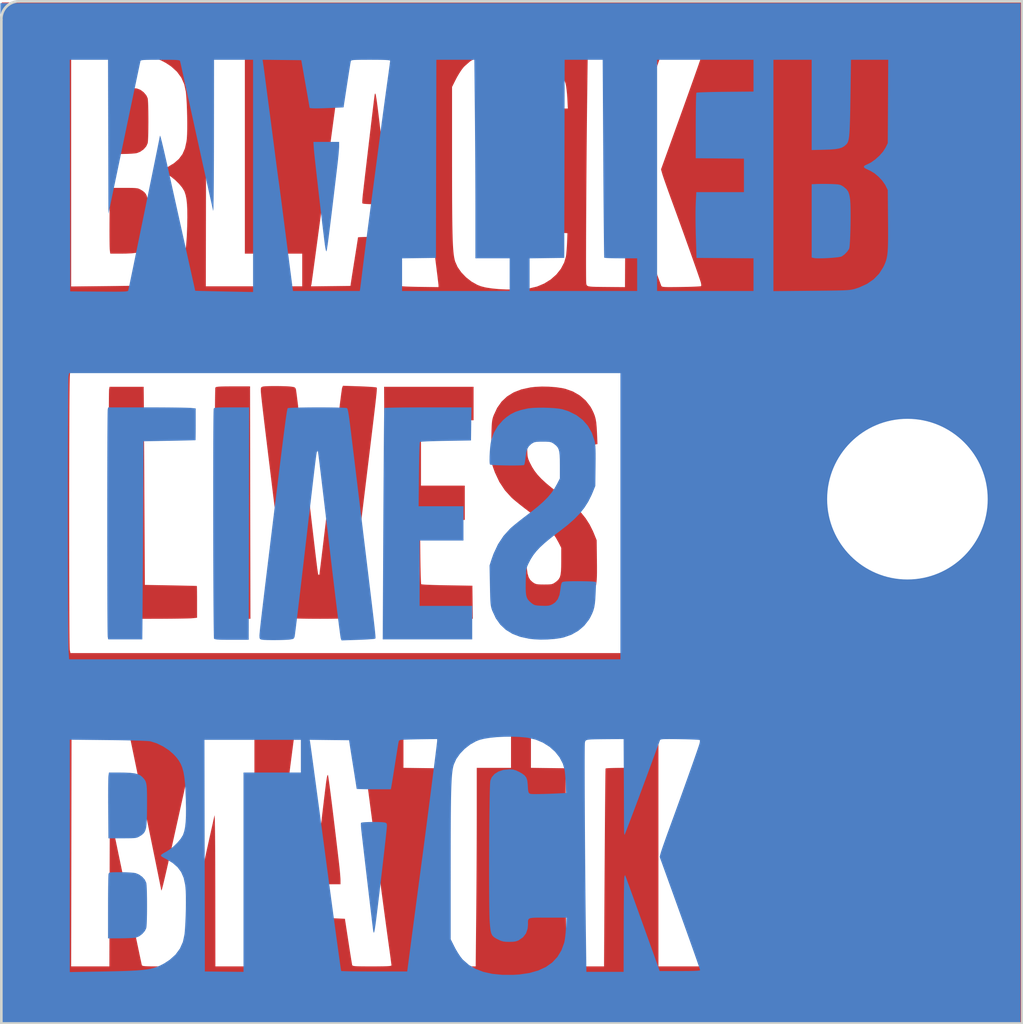
<source format=kicad_pcb>
(kicad_pcb (version 20201002) (generator pcbnew)
  (layers (0 "F.Cu" signal) (31 "B.Cu" signal) (34 "B.Paste" user) (35 "F.Paste" user) (36 "B.SilkS" user "B.Silkscreen") (37 "F.SilkS" user "F.Silkscreen") (38 "B.Mask" user) (39 "F.Mask" user) (44 "Edge.Cuts" user))
  (net 0 "")
  (module "art:blm-1-5-inch-f-cu" (layer "F.Cu") (at 149.352 74.4728)
    (fp_text reference "G***" hide)
    (fp_text value "LOGO" hide)
    (fp_poly (pts (xy -6.865826 9.820248) (xy -6.851526 9.903167) (xy -6.831569 10.038322) (xy -6.805857 10.226494) (xy -6.77429 10.468464) (xy -6.73677 10.765014) (xy -6.693197 11.116926) (xy -6.643473 11.524979) (xy -6.587498 11.989955) (xy -6.525174 12.512636) (xy -6.463036 13.037574) (xy -6.442622 13.219916) (xy -6.425116 13.394145) (xy -6.411762 13.546431) (xy -6.403805 13.662946) (xy -6.40211 13.715007) (xy -6.40211 13.876201) (xy -7.363243 13.876201) (xy -7.346542 13.61565) (xy -7.340312 13.543298) (xy -7.327769 13.418539) (xy -7.309684 13.248097) (xy -7.286831 13.038696) (xy -7.259981 12.797061) (xy -7.229908 12.529915) (xy -7.197384 12.243984) (xy -7.163182 11.945991) (xy -7.128075 11.64266) (xy -7.092835 11.340717) (xy -7.058235 11.046884) (xy -7.025048 10.767887) (xy -6.994046 10.510449) (xy -6.966001 10.281294) (xy -6.941688 10.087148) (xy -6.935728 10.040554) (xy -6.917833 9.923155) (xy -6.899137 9.836414) (xy -6.882336 9.791424) (xy -6.874568 9.788785)) (layer "F.Cu") (width 0))
    (fp_poly (pts (xy 1.384816 -4.709039) (xy 1.64122 -4.689697) (xy 1.872871 -4.656989) (xy 1.997546 -4.629931) (xy 2.28445 -4.528352) (xy 2.539851 -4.381802) (xy 2.757798 -4.194812) (xy 2.932336 -3.97191) (xy 2.986794 -3.877296) (xy 3.051098 -3.746697) (xy 3.098574 -3.627389) (xy 3.132365 -3.505088) (xy 3.155616 -3.365511) (xy 3.17147 -3.194375) (xy 3.182637 -2.987368) (xy 3.201055 -2.565241) (xy 3.115445 -2.548154) (xy 3.058257 -2.542572) (xy 2.953108 -2.537754) (xy 2.811589 -2.534022) (xy 2.645294 -2.531697) (xy 2.499694 -2.531067) (xy 2.299003 -2.532055) (xy 2.150167 -2.535397) (xy 2.045513 -2.541659) (xy 1.977367 -2.551408) (xy 1.938057 -2.565211) (xy 1.927279 -2.57334) (xy 1.90249 -2.625385) (xy 1.8808 -2.720343) (xy 1.866885 -2.831763) (xy 1.832629 -3.041727) (xy 1.767539 -3.204347) (xy 1.668942 -3.324757) (xy 1.577464 -3.38726) (xy 1.505451 -3.421786) (xy 1.436814 -3.442039) (xy 1.353266 -3.45079) (xy 1.236516 -3.450814) (xy 1.171455 -3.448829) (xy 1.038939 -3.442698) (xy 0.949264 -3.432593) (xy 0.885719 -3.414176) (xy 0.831592 -3.383111) (xy 0.787485 -3.349196) (xy 0.709853 -3.282001) (xy 0.652485 -3.217256) (xy 0.61258 -3.144724) (xy 0.587337 -3.054165) (xy 0.573953 -2.935343) (xy 0.569628 -2.778018) (xy 0.571559 -2.571953) (xy 0.571758 -2.560844) (xy 0.575432 -2.378303) (xy 0.580047 -2.243246) (xy 0.587422 -2.143609) (xy 0.599373 -2.067329) (xy 0.617717 -2.002341) (xy 0.644273 -1.936582) (xy 0.676141 -1.86794) (xy 0.759326 -1.708141) (xy 0.854571 -1.558933) (xy 0.968046 -1.413919) (xy 1.10592 -1.266702) (xy 1.274363 -1.110885) (xy 1.479545 -0.94007) (xy 1.727636 -0.74786) (xy 1.831301 -0.670217) (xy 2.130375 -0.437511) (xy 2.380648 -0.218514) (xy 2.588824 -0.005359) (xy 2.76161 0.209824) (xy 2.905713 0.434902) (xy 3.027838 0.677743) (xy 3.075067 0.789097) (xy 3.171278 1.027315) (xy 3.180161 1.780295) (xy 3.182373 2.030104) (xy 3.18222 2.228785) (xy 3.179366 2.384729) (xy 3.173472 2.506328) (xy 3.164201 2.601974) (xy 3.151216 2.680058) (xy 3.14244 2.718278) (xy 3.04017 3.014991) (xy 2.892762 3.272906) (xy 2.700488 3.491756) (xy 2.463622 3.671273) (xy 2.182437 3.811188) (xy 1.95041 3.887876) (xy 1.823502 3.912238) (xy 1.652763 3.930895) (xy 1.453678 3.943488) (xy 1.241729 3.949658) (xy 1.0324 3.949049) (xy 0.841175 3.9413) (xy 0.683537 3.926054) (xy 0.636048 3.918294) (xy 0.388273 3.862267) (xy 0.183966 3.793743) (xy 0.007242 3.705145) (xy -0.157782 3.588892) (xy -0.282142 3.4802) (xy -0.473483 3.262465) (xy -0.619778 3.013103) (xy -0.715381 2.742988) (xy -0.744165 2.590621) (xy -0.760555 2.441677) (xy -0.772502 2.285564) (xy -0.779679 2.134623) (xy -0.781761 2.001192) (xy -0.778424 1.897609) (xy -0.769342 1.836215) (xy -0.764298 1.826495) (xy -0.726383 1.816961) (xy -0.639967 1.808615) (xy -0.516009 1.801603) (xy -0.365467 1.796072) (xy -0.199302 1.792165) (xy -0.028473 1.790029) (xy 0.136061 1.78981) (xy 0.28334 1.791653) (xy 0.402405 1.795703) (xy 0.482297 1.802107) (xy 0.511263 1.809552) (xy 0.527233 1.851068) (xy 0.544229 1.936056) (xy 0.559277 2.048568) (xy 0.563224 2.088096) (xy 0.588106 2.270431) (xy 0.628157 2.406573) (xy 0.689063 2.50912) (xy 0.776511 2.590673) (xy 0.796333 2.604656) (xy 0.853005 2.639467) (xy 0.909409 2.661574) (xy 0.981014 2.673804) (xy 1.083293 2.678983) (xy 1.208423 2.679953) (xy 1.347579 2.678889) (xy 1.442727 2.67358) (xy 1.509403 2.660846) (xy 1.563146 2.63751) (xy 1.619491 2.600395) (xy 1.628246 2.594082) (xy 1.701862 2.535506) (xy 1.756929 2.474776) (xy 1.796079 2.40234) (xy 1.821946 2.308648) (xy 1.837164 2.184149) (xy 1.844368 2.019291) (xy 1.84619 1.804524) (xy 1.84619 1.308712) (xy 1.74438 1.108459) (xy 1.644728 0.931657) (xy 1.528146 0.764003) (xy 1.388126 0.598733) (xy 1.218158 0.429085) (xy 1.011732 0.248293) (xy 0.762339 0.049596) (xy 0.625322 -0.054226) (xy 0.466795 -0.174635) (xy 0.31162 -0.295828) (xy 0.171359 -0.408534) (xy 0.057574 -0.50348) (xy -0.010936 -0.564469) (xy -0.259226 -0.837896) (xy -0.466031 -1.15063) (xy -0.633152 -1.505623) (xy -0.70152 -1.69719) (xy -0.781707 -1.944893) (xy -0.767147 -2.692083) (xy -0.762312 -2.924936) (xy -0.757431 -3.107107) (xy -0.751672 -3.247466) (xy -0.744206 -3.35488) (xy -0.734201 -3.438217) (xy -0.720827 -3.506347) (xy -0.703253 -3.568136) (xy -0.680648 -3.632454) (xy -0.678533 -3.638147) (xy -0.548182 -3.917737) (xy -0.38086 -4.153447) (xy -0.174893 -4.34642) (xy 0.071392 -4.497798) (xy 0.359669 -4.608724) (xy 0.691611 -4.680339) (xy 0.88034 -4.702276) (xy 1.124306 -4.713678)) (layer "F.Cu") (width 0))
    (fp_poly (pts (xy -5.693975 -4.722135) (xy -5.507806 -4.71473) (xy -5.34193 -4.706214) (xy -5.205542 -4.697214) (xy -5.107837 -4.688362) (xy -5.058009 -4.680285) (xy -5.053974 -4.678336) (xy -5.049711 -4.673355) (xy -5.046302 -4.665388) (xy -5.044084 -4.651439) (xy -5.043398 -4.628507) (xy -5.044583 -4.593596) (xy -5.047978 -4.543707) (xy -5.053922 -4.475842) (xy -5.062753 -4.387002) (xy -5.074812 -4.274189) (xy -5.090438 -4.134405) (xy -5.109969 -3.964652) (xy -5.133744 -3.761931) (xy -5.162104 -3.523244) (xy -5.195386 -3.245593) (xy -5.233931 -2.925979) (xy -5.278077 -2.561405) (xy -5.328163 -2.148872) (xy -5.384529 -1.685382) (xy -5.447513 -1.167936) (xy -5.497268 -0.75932) (xy -5.552439 -0.306242) (xy -5.606897 0.140978) (xy -5.660053 0.577501) (xy -5.711316 0.998485) (xy -5.760097 1.39909) (xy -5.805807 1.774473) (xy -5.847857 2.119795) (xy -5.885656 2.430214) (xy -5.918616 2.70089) (xy -5.946147 2.926981) (xy -5.967659 3.103647) (xy -5.982563 3.226047) (xy -5.982588 3.226251) (xy -6.01382 3.47221) (xy -6.040921 3.662159) (xy -6.064484 3.799456) (xy -6.085099 3.887458) (xy -6.10336 3.929523) (xy -6.107213 3.933005) (xy -6.147612 3.94033) (xy -6.238414 3.94649) (xy -6.37152 3.951498) (xy -6.538829 3.955366) (xy -6.73224 3.958106) (xy -6.943654 3.95973) (xy -7.16497 3.960251) (xy -7.388086 3.959681) (xy -7.604904 3.958032) (xy -7.807321 3.955316) (xy -7.987239 3.951547) (xy -8.136556 3.946735) (xy -8.247172 3.940893) (xy -8.310986 3.934034) (xy -8.32333 3.929648) (xy -8.330228 3.913277) (xy -8.338324 3.882938) (xy -8.348023 3.835565) (xy -8.359729 3.76809) (xy -8.373846 3.677446) (xy -8.390779 3.560566) (xy -8.410933 3.414384) (xy -8.434712 3.235832) (xy -8.46252 3.021843) (xy -8.494763 2.769349) (xy -8.531843 2.475285) (xy -8.574166 2.136583) (xy -8.622137 1.750176) (xy -8.676159 1.312996) (xy -8.736638 0.821977) (xy -8.784605 0.43177) (xy -8.862993 -0.206523) (xy -8.934382 -0.788338) (xy -8.999084 -1.316301) (xy -9.057412 -1.793038) (xy -9.109677 -2.221174) (xy -9.156193 -2.603336) (xy -9.197271 -2.942149) (xy -9.233223 -3.24024) (xy -9.264362 -3.500234) (xy -9.291 -3.724758) (xy -9.313448 -3.916436) (xy -9.33202 -4.077896) (xy -9.347027 -4.211763) (xy -9.358782 -4.320663) (xy -9.367597 -4.407222) (xy -9.373784 -4.474066) (xy -9.377655 -4.523821) (xy -9.379522 -4.559112) (xy -9.379811 -4.574531) (xy -9.3757 -4.653753) (xy -9.354726 -4.69316) (xy -9.303994 -4.712359) (xy -9.286782 -4.715973) (xy -9.214082 -4.723691) (xy -9.09604 -4.728774) (xy -8.946806 -4.73131) (xy -8.78053 -4.731383) (xy -8.611361 -4.729077) (xy -8.45345 -4.724479) (xy -8.320947 -4.717673) (xy -8.23445 -4.709642) (xy -8.145578 -4.694653) (xy -8.098083 -4.671856) (xy -8.074014 -4.628266) (xy -8.063117 -4.585698) (xy -8.056093 -4.54047) (xy -8.042797 -4.440706) (xy -8.023787 -4.291034) (xy -7.999623 -4.096079) (xy -7.970866 -3.860467) (xy -7.938075 -3.588825) (xy -7.90181 -3.285778) (xy -7.862631 -2.955953) (xy -7.821098 -2.603975) (xy -7.777771 -2.234471) (xy -7.75678 -2.054631) (xy -7.687809 -1.462852) (xy -7.625394 -0.927392) (xy -7.56919 -0.445419) (xy -7.518849 -0.014099) (xy -7.474026 0.369401) (xy -7.434374 0.707915) (xy -7.399548 1.004277) (xy -7.3692 1.261319) (xy -7.342986 1.481875) (xy -7.320558 1.668778) (xy -7.301571 1.824862) (xy -7.285678 1.952961) (xy -7.272533 2.055906) (xy -7.261791 2.136533) (xy -7.253104 2.197674) (xy -7.246126 2.242163) (xy -7.240512 2.272833) (xy -7.235915 2.292518) (xy -7.231989 2.30405) (xy -7.228388 2.310264) (xy -7.224765 2.313993) (xy -7.222782 2.315865) (xy -7.194708 2.320924) (xy -7.193868 2.320144) (xy -7.188881 2.289549) (xy -7.177434 2.203488) (xy -7.159971 2.065648) (xy -7.136939 1.879716) (xy -7.108779 1.649381) (xy -7.075938 1.378328) (xy -7.03886 1.070245) (xy -6.997988 0.728819) (xy -6.953768 0.357738) (xy -6.906644 -0.039312) (xy -6.857059 -0.458644) (xy -6.805459 -0.896569) (xy -6.777295 -1.136231) (xy -6.724526 -1.584143) (xy -6.673241 -2.016461) (xy -6.623906 -2.429399) (xy -6.576991 -2.819169) (xy -6.532963 -3.181985) (xy -6.492288 -3.51406) (xy -6.455435 -3.811607) (xy -6.422872 -4.070841) (xy -6.395066 -4.287973) (xy -6.372484 -4.459217) (xy -6.355595 -4.580787) (xy -6.344865 -4.648895) (xy -6.341938 -4.661765) (xy -6.310927 -4.743332)) (layer "F.Cu") (width 0))
    (fp_poly (pts (xy 19.057444 19.057444) (xy -19.057444 19.057444) (xy -19.057444 16.944324) (xy -9.263625 16.944324) (xy -8.540078 16.936347) (xy -7.81653 16.92837) (xy -7.66168 16.049941) (xy -7.62271 15.828422) (xy -7.587238 15.625927) (xy -7.556551 15.449874) (xy -7.531938 15.307679) (xy -7.514684 15.20676) (xy -7.506078 15.154534) (xy -7.50535 15.149179) (xy -7.474909 15.136797) (xy -7.386438 15.12973) (xy -7.241226 15.127982) (xy -7.040559 15.131556) (xy -6.785727 15.140459) (xy -6.654511 15.146169) (xy -6.236923 15.165274) (xy -6.108382 16.002156) (xy -6.074633 16.220505) (xy -6.043197 16.421286) (xy -6.015359 16.596479) (xy -5.992409 16.738066) (xy -5.975634 16.83803) (xy -5.966321 16.888351) (xy -5.96564 16.891149) (xy -5.957111 16.907445) (xy -5.93685 16.919961) (xy -5.897843 16.929188) (xy -5.833075 16.935621) (xy -5.735532 16.93975) (xy -5.598198 16.94207) (xy -5.414059 16.943073) (xy -5.223902 16.943259) (xy -4.986907 16.9426) (xy -4.803832 16.940429) (xy -4.669053 16.936455) (xy -4.576949 16.930388) (xy -4.521897 16.921935) (xy -4.498274 16.910806) (xy -4.496366 16.905593) (xy -4.500374 16.866804) (xy -4.51165 16.77745) (xy -4.529069 16.645927) (xy -4.551506 16.480631) (xy -4.577836 16.289956) (xy -4.601067 16.12394) (xy -4.627035 15.937392) (xy -4.659366 15.701856) (xy -4.696702 15.427394) (xy -4.737688 15.124071) (xy -4.780967 14.80195) (xy -4.825181 14.471094) (xy -4.868974 14.141567) (xy -4.900115 13.905979) (xy -4.946763 13.552329) (xy -4.998073 13.163584) (xy -5.052084 12.75458) (xy -5.106835 12.340159) (xy -5.160367 11.935158) (xy -5.210718 11.554416) (xy -5.255928 11.212773) (xy -5.269944 11.106917) (xy -5.310034 10.802772) (xy -5.350685 10.491744) (xy -5.390566 10.184204) (xy -5.428345 9.890521) (xy -5.462689 9.621067) (xy -5.492267 9.386212) (xy -5.515747 9.196327) (xy -5.522373 9.141618) (xy -5.545975 8.946754) (xy -5.568143 8.766548) (xy -5.587581 8.611308) (xy -5.602995 8.491344) (xy -5.613089 8.416965) (xy -5.614959 8.404631) (xy -5.6306 8.307854) (xy -4.049707 8.307854) (xy -4.049707 9.527538) (xy -3.41694 9.535574) (xy -2.784174 9.543611) (xy -2.769052 16.943259) (xy -1.349752 16.943259) (xy -1.330001 15.000293) (xy -1.32621 14.594601) (xy -1.322657 14.150947) (xy -1.319413 13.682534) (xy -1.316547 13.202565) (xy -1.314131 12.724243) (xy -1.312234 12.26077) (xy -1.310928 11.82535) (xy -1.310282 11.431186) (xy -1.310225 11.293024) (xy -1.310199 9.528722) (xy -0.029777 9.528722) (xy -0.029777 8.307854) (xy 0.714654 8.307854) (xy 0.714654 9.527561) (xy 1.362309 9.535586) (xy 2.009965 9.543611) (xy 2.017525 13.243435) (xy 2.025086 16.943259) (xy 3.446189 16.943259) (xy 3.468213 13.258323) (xy 3.47109 12.794649) (xy 3.474072 12.347478) (xy 3.477123 11.920423) (xy 3.480211 11.517097) (xy 3.483298 11.141111) (xy 3.486353 10.796079) (xy 3.489338 10.485614) (xy 3.492221 10.213328) (xy 3.494966 9.982833) (xy 3.497538 9.797743) (xy 3.499904 9.66167) (xy 3.502028 9.578226) (xy 3.503733 9.551055) (xy 3.536246 9.544321) (xy 3.619232 9.538401) (xy 3.743611 9.533621) (xy 3.900303 9.530307) (xy 4.080228 9.528785) (xy 4.125907 9.528722) (xy 4.734584 9.528722) (xy 4.734584 8.307854) (xy 5.479015 8.307854) (xy 5.479015 16.943259) (xy 9.082063 16.943259) (xy 9.826495 16.943259) (xy 11.255803 16.943259) (xy 11.255803 13.572308) (xy 11.739683 13.583795) (xy 11.966784 13.59224) (xy 12.144062 13.607096) (xy 12.281115 13.630825) (xy 12.387545 13.665885) (xy 12.472949 13.714735) (xy 12.546928 13.779835) (xy 12.560301 13.794044) (xy 12.586691 13.828208) (xy 12.609237 13.872037) (xy 12.628332 13.930405) (xy 12.644366 14.008189) (xy 12.657732 14.110262) (xy 12.668822 14.241501) (xy 12.678027 14.406779) (xy 12.685741 14.610973) (xy 12.692353 14.858957) (xy 12.698257 15.155606) (xy 12.703844 15.505796) (xy 12.705146 15.595838) (xy 12.724335 16.943259) (xy 14.116913 16.943259) (xy 14.108222 15.387397) (xy 14.099531 13.831536) (xy 14.016326 13.6621) (xy 13.922567 13.51482) (xy 13.790109 13.364121) (xy 13.634497 13.223803) (xy 13.471277 13.107665) (xy 13.315995 13.029506) (xy 13.295545 13.022305) (xy 13.233397 12.990752) (xy 13.206258 12.955119) (xy 13.206213 12.95387) (xy 13.211643 12.927843) (xy 13.234977 12.902905) (xy 13.286779 12.872121) (xy 13.377613 12.828556) (xy 13.440734 12.799918) (xy 13.593987 12.709431) (xy 13.749929 12.58094) (xy 13.890378 12.432006) (xy 13.997154 12.280192) (xy 14.016509 12.24374) (xy 14.099531 12.074677) (xy 14.108953 10.961248) (xy 14.111228 10.632732) (xy 14.11157 10.357173) (xy 14.109316 10.127989) (xy 14.103805 9.938596) (xy 14.094376 9.78241) (xy 14.080367 9.652849) (xy 14.061117 9.543328) (xy 14.035965 9.447266) (xy 14.004249 9.358077) (xy 13.965307 9.26918) (xy 13.932122 9.201053) (xy 13.776616 8.955612) (xy 13.574226 8.746716) (xy 13.3253 8.574636) (xy 13.030185 8.439641) (xy 12.89334 8.394304) (xy 12.839668 8.378876) (xy 12.787093 8.365958) (xy 12.729819 8.355271) (xy 12.662045 8.346537) (xy 12.577973 8.339476) (xy 12.471804 8.333811) (xy 12.337739 8.329262) (xy 12.16998 8.325551) (xy 11.962728 8.322399) (xy 11.710184 8.319529) (xy 11.40655 8.31666) (xy 11.248359 8.315267) (xy 9.826495 8.302883) (xy 9.826495 16.943259) (xy 9.082063 16.943259) (xy 9.082063 15.756253) (xy 8.027415 15.746766) (xy 7.782197 15.74389) (xy 7.555787 15.739945) (xy 7.355093 15.735151) (xy 7.187028 15.729728) (xy 7.0585 15.723896) (xy 6.976419 15.717873) (xy 6.947989 15.71249) (xy 6.942617 15.67825) (xy 6.937645 15.59088) (xy 6.933202 15.456802) (xy 6.929419 15.28244) (xy 6.926422 15.074216) (xy 6.924341 14.838553) (xy 6.923305 14.581875) (xy 6.923212 14.476734) (xy 6.923212 13.265768) (xy 8.724736 13.250006) (xy 8.724736 12.000234) (xy 6.944292 12.000234) (xy 6.922815 11.570618) (xy 6.917828 11.41777) (xy 6.91538 11.219733) (xy 6.915418 10.990814) (xy 6.917894 10.745323) (xy 6.922755 10.497568) (xy 6.927164 10.342306) (xy 6.952989 9.543611) (xy 8.017526 9.53579) (xy 9.082063 9.52797) (xy 9.082063 8.307854) (xy 5.479015 8.307854) (xy 4.734584 8.307854) (xy 0.714654 8.307854) (xy -0.029777 8.307854) (xy -4.049707 8.307854) (xy -5.6306 8.307854) (xy -8.125542 8.307854) (xy -8.143145 8.434408) (xy -8.150233 8.487525) (xy -8.16415 8.593774) (xy -8.184126 8.74722) (xy -8.209392 8.941928) (xy -8.239179 9.171961) (xy -8.272719 9.431385) (xy -8.309242 9.714264) (xy -8.34798 10.014662) (xy -8.367856 10.168933) (xy -8.418675 10.563368) (xy -8.462567 10.903731) (xy -8.500189 11.19502) (xy -8.532198 11.442234) (xy -8.559249 11.650369) (xy -8.581998 11.824425) (xy -8.601103 11.969399) (xy -8.617218 12.090289) (xy -8.631 12.192093) (xy -8.643106 12.27981) (xy -8.654192 12.358436) (xy -8.664913 12.432971) (xy -8.666936 12.446893) (xy -8.677105 12.520086) (xy -8.69384 12.64449) (xy -8.716107 12.812251) (xy -8.742871 13.015512) (xy -8.7731 13.246418) (xy -8.805758 13.497112) (xy -8.839812 13.759739) (xy -8.843321 13.78687) (xy -8.877626 14.051821) (xy -8.910754 14.306977) (xy -8.941646 14.544235) (xy -8.969243 14.755492) (xy -8.992487 14.932646) (xy -9.010318 15.067593) (xy -9.021679 15.152231) (xy -9.022282 15.156623) (xy -9.035239 15.252505) (xy -9.054221 15.395263) (xy -9.077623 15.572709) (xy -9.103839 15.772655) (xy -9.131265 15.982914) (xy -9.141909 16.06483) (xy -9.168179 16.265982) (xy -9.192826 16.452405) (xy -9.214526 16.614261) (xy -9.231953 16.741708) (xy -9.243783 16.824906) (xy -9.247216 16.847016) (xy -9.263625 16.944324) (xy -19.057444 16.944324) (xy -19.057444 16.943259) (xy -16.467023 16.943259) (xy -15.037811 16.943259) (xy -15.030219 14.065981) (xy -15.022626 11.188704) (xy -14.432192 14.013871) (xy -14.348199 14.415591) (xy -14.267477 14.80132) (xy -14.19088 15.166996) (xy -14.119263 15.508557) (xy -14.053479 15.82194) (xy -13.994383 16.103085) (xy -13.942828 16.347928) (xy -13.899669 16.552407) (xy -13.86576 16.712461) (xy -13.841955 16.824028) (xy -13.829108 16.883045) (xy -13.827196 16.891149) (xy -13.818535 16.907466) (xy -13.798136 16.919992) (xy -13.758973 16.929223) (xy -13.694017 16.935652) (xy -13.59624 16.939774) (xy -13.458614 16.942085) (xy -13.274111 16.943079) (xy -13.087105 16.943259) (xy -12.859793 16.942962) (xy -12.684994 16.941743) (xy -12.555669 16.939105) (xy -12.464778 16.934555) (xy -12.405281 16.927596) (xy -12.370138 16.917736) (xy -12.35231 16.904478) (xy -12.345801 16.891149) (xy -12.337256 16.855088) (xy -12.316868 16.764981) (xy -12.285551 16.624956) (xy -12.244217 16.439137) (xy -12.193779 16.211653) (xy -12.135149 15.94663) (xy -12.06924 15.648194) (xy -11.996965 15.320472) (xy -11.919237 14.967591) (xy -11.836969 14.593678) (xy -11.751072 14.202859) (xy -11.731647 14.11442) (xy -11.644838 13.719427) (xy -11.561275 13.339738) (xy -11.481889 12.979552) (xy -11.407611 12.643071) (xy -11.339372 12.334497) (xy -11.278104 12.058031) (xy -11.224737 11.817873) (xy -11.180204 11.618227) (xy -11.145436 11.463292) (xy -11.121363 11.35727) (xy -11.108917 11.304363) (xy -11.107889 11.300469) (xy -11.104074 11.316021) (xy -11.100409 11.387696) (xy -11.096929 11.512063) (xy -11.093669 11.685691) (xy -11.090664 11.905149) (xy -11.087947 12.167005) (xy -11.085555 12.467829) (xy -11.08352 12.804189) (xy -11.081879 13.172654) (xy -11.080666 13.569793) (xy -11.079915 13.992175) (xy -11.079825 14.077198) (xy -11.07714 16.943259) (xy -9.618054 16.943259) (xy -9.618054 8.268883) (xy -10.696858 8.290228) (xy -10.943827 8.295261) (xy -11.171105 8.300176) (xy -11.372039 8.304805) (xy -11.539978 8.308985) (xy -11.66827 8.312549) (xy -11.750265 8.315333) (xy -11.779306 8.317158) (xy -11.786125 8.346375) (xy -11.804952 8.429789) (xy -11.834907 8.563456) (xy -11.875111 8.74343) (xy -11.924688 8.965765) (xy -11.982757 9.226516) (xy -12.048441 9.521736) (xy -12.12086 9.84748) (xy -12.199138 10.199803) (xy -12.282394 10.574758) (xy -12.369751 10.968401) (xy -12.413688 11.166471) (xy -12.523654 11.661861) (xy -12.621551 12.10193) (xy -12.708047 12.489536) (xy -12.783811 12.827535) (xy -12.849513 13.118783) (xy -12.905821 13.366137) (xy -12.953405 13.572452) (xy -12.992934 13.740585) (xy -13.025076 13.873393) (xy -13.0505 13.973731) (xy -13.069876 14.044457) (xy -13.083872 14.088426) (xy -13.093157 14.108495) (xy -13.098402 14.10752) (xy -13.099978 14.096667) (xy -13.106166 14.062713) (xy -13.123378 13.975277) (xy -13.150621 13.839203) (xy -13.186902 13.659341) (xy -13.231228 13.440535) (xy -13.282606 13.187632) (xy -13.340043 12.90548) (xy -13.402546 12.598925) (xy -13.469123 12.272813) (xy -13.538779 11.931991) (xy -13.610524 11.581306) (xy -13.683362 11.225604) (xy -13.756302 10.869732) (xy -13.828351 10.518536) (xy -13.898515 10.176864) (xy -13.965803 9.849562) (xy -14.029219 9.541476) (xy -14.087773 9.257453) (xy -14.140471 9.002339) (xy -14.18632 8.780982) (xy -14.224327 8.598228) (xy -14.253499 8.458924) (xy -14.272843 8.367915) (xy -14.281366 8.33005) (xy -14.281435 8.329818) (xy -14.288786 8.31609) (xy -14.305502 8.305063) (xy -14.337343 8.296502) (xy -14.390074 8.290172) (xy -14.469458 8.285836) (xy -14.581256 8.283259) (xy -14.731234 8.282206) (xy -14.925153 8.282442) (xy -15.168776 8.283731) (xy -15.374633 8.285152) (xy -16.451935 8.292966) (xy -16.459479 12.618112) (xy -16.467023 16.943259) (xy -19.057444 16.943259) (xy -19.057444 0.386551) (xy -16.540767 0.386551) (xy -16.540632 0.865302) (xy -16.540295 1.337276) (xy -16.539757 1.798681) (xy -16.539015 2.245723) (xy -16.53807 2.674607) (xy -16.536922 3.08154) (xy -16.535569 3.462728) (xy -16.53401 3.814379) (xy -16.532247 4.132697) (xy -16.530276 4.413889) (xy -16.528099 4.654162) (xy -16.525715 4.849722) (xy -16.523122 4.996775) (xy -16.520321 5.091528) (xy -16.517584 5.129132) (xy -16.493902 5.240797) (xy 4.109261 5.240797) (xy 4.109261 -5.449238) (xy -16.490725 -5.449238) (xy -16.515996 -5.099355) (xy -16.519006 -5.02813) (xy -16.521823 -4.902981) (xy -16.524448 -4.727703) (xy -16.52688 -4.50609) (xy -16.529118 -4.241934) (xy -16.531161 -3.93903) (xy -16.533009 -3.601172) (xy -16.534661 -3.232152) (xy -16.536118 -2.835766) (xy -16.537377 -2.415806) (xy -16.538439 -1.976066) (xy -16.539303 -1.52034) (xy -16.539968 -1.052422) (xy -16.540435 -0.576104) (xy -16.540701 -0.095183) (xy -16.540767 0.386551) (xy -19.057444 0.386551) (xy -19.057444 -8.451023) (xy -16.466823 -8.451023) (xy -16.007083 -8.455698) (xy -7.505265 -8.455698) (xy -6.767846 -8.463664) (xy -6.030426 -8.47163) (xy -6.005929 -8.635405) (xy -5.994364 -8.710782) (xy -5.975031 -8.834579) (xy -5.949569 -8.99641) (xy -5.919613 -9.185885) (xy -5.886802 -9.39262) (xy -5.864221 -9.534455) (xy -5.83211 -9.736531) (xy -5.803357 -9.918696) (xy -5.779225 -10.072842) (xy -5.760981 -10.190858) (xy -5.749887 -10.264634) (xy -5.747011 -10.286331) (xy -5.71867 -10.291215) (xy -5.639388 -10.29553) (xy -5.51778 -10.299052) (xy -5.362459 -10.301558) (xy -5.182039 -10.302823) (xy -5.109166 -10.302931) (xy -4.471321 -10.302931) (xy -4.454014 -10.221044) (xy -4.444775 -10.169936) (xy -4.427815 -10.068892) (xy -4.404582 -9.92682) (xy -4.376521 -9.752629) (xy -4.345081 -9.555227) (xy -4.317407 -9.379836) (xy -4.284285 -9.170007) (xy -4.253379 -8.97606) (xy -4.226129 -8.806887) (xy -4.203974 -8.671377) (xy -4.188354 -8.578419) (xy -4.181372 -8.539891) (xy -4.169241 -8.49794) (xy -4.145293 -8.472926) (xy -4.09567 -8.459388) (xy -4.006513 -8.451862) (xy -3.950842 -8.449031) (xy -3.845771 -8.445119) (xy -3.697317 -8.441092) (xy -3.52165 -8.437318) (xy -3.334941 -8.434162) (xy -3.238277 -8.43288) (xy -2.739508 -8.426964) (xy -2.739508 -8.496625) (xy -2.743247 -8.536177) (xy -2.754007 -8.629424) (xy -2.771104 -8.77101) (xy -2.793852 -8.955577) (xy -2.821566 -9.177766) (xy -2.85356 -9.432221) (xy -2.889151 -9.713584) (xy -2.927652 -10.016497) (xy -2.968378 -10.335602) (xy -3.010645 -10.665541) (xy -3.053768 -11.000958) (xy -3.09706 -11.336493) (xy -3.139838 -11.66679) (xy -3.181415 -11.986491) (xy -3.221107 -12.290238) (xy -3.258229 -12.572673) (xy -3.292095 -12.82844) (xy -3.322021 -13.052179) (xy -3.322714 -13.057327) (xy -3.341058 -13.194165) (xy -3.366166 -13.382421) (xy -3.397026 -13.614467) (xy -3.432627 -13.882676) (xy -3.471958 -14.17942) (xy -3.514008 -14.497072) (xy -3.557766 -14.828006) (xy -3.602219 -15.164592) (xy -3.628671 -15.365065) (xy -3.699507 -15.902137) (xy -2.233294 -15.902137) (xy -2.233222 -13.124867) (xy -2.232965 -12.589906) (xy -2.232149 -12.111001) (xy -2.230667 -11.684656) (xy -2.228409 -11.307376) (xy -2.225266 -10.975663) (xy -2.22113 -10.686021) (xy -2.215893 -10.434955) (xy -2.209444 -10.218967) (xy -2.201676 -10.034562) (xy -2.19248 -9.878243) (xy -2.181746 -9.746513) (xy -2.169366 -9.635878) (xy -2.155232 -9.542839) (xy -2.139234 -9.463902) (xy -2.121263 -9.39557) (xy -2.116717 -9.380591) (xy -2.026086 -9.177439) (xy -1.887064 -8.978569) (xy -1.710504 -8.794352) (xy -1.507257 -8.635156) (xy -1.288176 -8.511352) (xy -1.150588 -8.457378) (xy -0.972324 -8.413108) (xy -0.748694 -8.378467) (xy -0.493195 -8.354034) (xy -0.219323 -8.340387) (xy 0.059425 -8.338103) (xy 0.329552 -8.347761) (xy 0.577563 -8.369937) (xy 0.652781 -8.380181) (xy 0.943471 -8.449101) (xy 1.213347 -8.562381) (xy 1.456011 -8.714472) (xy 1.665065 -8.899824) (xy 1.834112 -9.112887) (xy 1.956754 -9.348111) (xy 1.99332 -9.473004) (xy 2.773509 -9.473004) (xy 2.773641 -9.205754) (xy 2.774279 -8.979525) (xy 2.775445 -8.798339) (xy 2.777159 -8.666216) (xy 2.779442 -8.587177) (xy 2.781119 -8.56677) (xy 2.788788 -8.528445) (xy 2.800228 -8.498545) (xy 2.822238 -8.475962) (xy 2.861619 -8.45959) (xy 2.925168 -8.448321) (xy 3.019685 -8.441049) (xy 3.151969 -8.436666) (xy 3.328819 -8.434065) (xy 3.557034 -8.432139) (xy 3.610492 -8.431729) (xy 4.22837 -8.426964) (xy 4.235815 -9.804162) (xy 4.237362 -10.103412) (xy 4.238764 -10.399597) (xy 4.239987 -10.684193) (xy 4.241002 -10.948676) (xy 4.241776 -11.184522) (xy 4.242278 -11.383207) (xy 4.242478 -11.536206) (xy 4.242434 -11.605022) (xy 4.243479 -11.753929) (xy 4.246911 -11.876881) (xy 4.252248 -11.964019) (xy 4.259009 -12.005485) (xy 4.262063 -12.007015) (xy 4.276533 -11.975218) (xy 4.309561 -11.89302) (xy 4.359088 -11.765892) (xy 4.423056 -11.599305) (xy 4.499406 -11.398731) (xy 4.58608 -11.169642) (xy 4.681019 -10.917507) (xy 4.782164 -10.6478) (xy 4.887458 -10.36599) (xy 4.994842 -10.077549) (xy 5.102256 -9.787948) (xy 5.207644 -9.50266) (xy 5.308945 -9.227154) (xy 5.345734 -9.126729) (xy 5.411629 -8.946821) (xy 5.471563 -8.783519) (xy 5.522172 -8.645954) (xy 5.560097 -8.54326) (xy 5.581975 -8.484568) (xy 5.584952 -8.47679) (xy 5.594919 -8.45981) (xy 5.614567 -8.446948) (xy 5.651046 -8.437775) (xy 5.711508 -8.431861) (xy 5.803104 -8.428777) (xy 5.932984 -8.428095) (xy 6.108299 -8.429384) (xy 6.329296 -8.432124) (xy 6.531228 -8.435705) (xy 6.713245 -8.440583) (xy 6.866924 -8.446398) (xy 6.983842 -8.452789) (xy 7.055577 -8.459395) (xy 7.074436 -8.463993) (xy 7.080065 -8.503524) (xy 7.068355 -8.57718) (xy 7.058852 -8.61288) (xy 7.034626 -8.688305) (xy 6.992324 -8.81325) (xy 6.934237 -8.981273) (xy 6.86266 -9.185932) (xy 6.779885 -9.420784) (xy 6.688205 -9.679388) (xy 6.589913 -9.9553) (xy 6.487302 -10.242079) (xy 6.382665 -10.533282) (xy 6.278296 -10.822466) (xy 6.176487 -11.103191) (xy 6.079531 -11.369013) (xy 6.022757 -11.523799) (xy 5.937653 -11.756471) (xy 5.857021 -11.979238) (xy 5.783772 -12.183885) (xy 5.720815 -12.362193) (xy 5.67106 -12.505947) (xy 5.637419 -12.606931) (xy 5.626319 -12.643078) (xy 5.574786 -12.824375) (xy 5.945132 -13.849057) (xy 6.12223 -14.339516) (xy 6.286944 -14.796606) (xy 6.438505 -15.218162) (xy 6.576143 -15.60202) (xy 6.699088 -15.946015) (xy 6.806571 -16.247982) (xy 6.897821 -16.505757) (xy 6.97207 -16.717175) (xy 7.028547 -16.880071) (xy 7.066482 -16.992281) (xy 7.085107 -17.05164) (xy 7.086987 -17.060379) (xy 7.06079 -17.071472) (xy 6.981239 -17.080126) (xy 6.84689 -17.086403) (xy 6.656303 -17.090362) (xy 6.408035 -17.092065) (xy 6.330401 -17.092146) (xy 5.573814 -17.092146) (xy 5.514468 -16.920926) (xy 5.48643 -16.841122) (xy 5.441982 -16.715992) (xy 5.38335 -16.551718) (xy 5.312762 -16.354482) (xy 5.232443 -16.130467) (xy 5.144621 -15.885856) (xy 5.051522 -15.626829) (xy 4.955373 -15.359571) (xy 4.858399 -15.090263) (xy 4.762829 -14.825088) (xy 4.670887 -14.570228) (xy 4.584802 -14.331865) (xy 4.506798 -14.116183) (xy 4.439104 -13.929362) (xy 4.383945 -13.777587) (xy 4.343548 -13.667038) (xy 4.32014 -13.603899) (xy 4.316039 -13.593318) (xy 4.279568 -13.503986) (xy 4.256937 -13.578429) (xy 4.252755 -13.621203) (xy 4.248722 -13.718005) (xy 4.244918 -13.863309) (xy 4.241419 -14.051588) (xy 4.238304 -14.277315) (xy 4.235652 -14.534964) (xy 4.233541 -14.819009) (xy 4.232049 -15.123923) (xy 4.231338 -15.387398) (xy 4.22837 -17.121923) (xy 2.836884 -17.121923) (xy 2.81807 -15.670282) (xy 2.813117 -15.27019) (xy 2.808356 -14.850809) (xy 2.803808 -14.416161) (xy 2.799495 -13.970265) (xy 2.795437 -13.517143) (xy 2.791656 -13.060814) (xy 2.788172 -12.6053) (xy 2.785006 -12.154622) (xy 2.782179 -11.7128) (xy 2.779712 -11.283854) (xy 2.777626 -10.871806) (xy 2.775942 -10.480677) (xy 2.77468 -10.114486) (xy 2.773862 -9.777255) (xy 2.773509 -9.473004) (xy 1.99332 -9.473004) (xy 2.020798 -9.566853) (xy 2.033903 -9.660165) (xy 2.046754 -9.793941) (xy 2.057742 -9.949109) (xy 2.064374 -10.082574) (xy 2.078382 -10.442873) (xy 1.674694 -10.462234) (xy 1.491089 -10.46989) (xy 1.296124 -10.476116) (xy 1.114035 -10.480239) (xy 0.978508 -10.481595) (xy 0.846239 -10.481948) (xy 0.757307 -10.476463) (xy 0.702444 -10.455321) (xy 0.672382 -10.408704) (xy 0.657853 -10.326793) (xy 0.649588 -10.19977) (xy 0.645661 -10.128989) (xy 0.629148 -9.978906) (xy 0.593157 -9.868768) (xy 0.527287 -9.782987) (xy 0.421134 -9.705974) (xy 0.329538 -9.655276) (xy 0.208662 -9.598544) (xy 0.106029 -9.568993) (xy -0.008368 -9.558894) (xy -0.046151 -9.5585) (xy -0.259642 -9.578857) (xy -0.444148 -9.637234) (xy -0.592906 -9.729586) (xy -0.699156 -9.851868) (xy -0.752072 -9.980797) (xy -0.758286 -10.036867) (xy -0.76415 -10.147028) (xy -0.769638 -10.305819) (xy -0.774726 -10.507776) (xy -0.779389 -10.747438) (xy -0.7836 -11.019342) (xy -0.787336 -11.318026) (xy -0.790571 -11.638028) (xy -0.793281 -11.973885) (xy -0.79544 -12.320135) (xy -0.797023 -12.671316) (xy -0.798005 -13.021966) (xy -0.798361 -13.366623) (xy -0.798067 -13.699823) (xy -0.797097 -14.016105) (xy -0.795425 -14.310007) (xy -0.793028 -14.576066) (xy -0.789879 -14.808819) (xy -0.785955 -15.002806) (xy -0.781229 -15.152563) (xy -0.7762 -15.245956) (xy -0.760213 -15.437587) (xy -0.742125 -15.580142) (xy -0.717062 -15.684032) (xy -0.680152 -15.759669) (xy -0.626525 -15.817468) (xy -0.551308 -15.86784) (xy -0.463521 -15.914225) (xy -0.361919 -15.960773) (xy -0.271912 -15.987489) (xy -0.168853 -15.999597) (xy -0.04797 -16.002318) (xy 0.095079 -15.998346) (xy 0.199032 -15.983449) (xy 0.283874 -15.954172) (xy 0.312661 -15.939936) (xy 0.472441 -15.827444) (xy 0.581718 -15.684313) (xy 0.641712 -15.508454) (xy 0.655099 -15.353568) (xy 0.654287 -15.274031) (xy 0.656425 -15.212822) (xy 0.668373 -15.167554) (xy 0.696993 -15.13584) (xy 0.749144 -15.115293) (xy 0.831689 -15.103526) (xy 0.951487 -15.098151) (xy 1.115399 -15.096783) (xy 1.330286 -15.097034) (xy 1.392324 -15.097069) (xy 2.0934 -15.097069) (xy 2.074878 -15.476729) (xy 2.063645 -15.641083) (xy 2.047043 -15.802367) (xy 2.027373 -15.941299) (xy 2.008378 -16.033432) (xy 1.904027 -16.317853) (xy 1.755427 -16.563586) (xy 1.56225 -16.770842) (xy 1.324163 -16.939828) (xy 1.040837 -17.070753) (xy 0.711941 -17.163828) (xy 0.337145 -17.219261) (xy 0.111294 -17.233781) (xy -0.308004 -17.232894) (xy -0.681752 -17.195991) (xy -1.012396 -17.122308) (xy -1.302386 -17.011084) (xy -1.554169 -16.861554) (xy -1.770194 -16.672958) (xy -1.803205 -16.637327) (xy -1.877185 -16.542427) (xy -1.962428 -16.413719) (xy -2.04581 -16.271727) (xy -2.087451 -16.192764) (xy -2.233294 -15.902137) (xy -3.699507 -15.902137) (xy -3.858425 -17.107034) (xy -5.083149 -17.107034) (xy -5.347514 -17.106617) (xy -5.593128 -17.105427) (xy -5.813656 -17.103553) (xy -6.00276 -17.101086) (xy -6.154104 -17.098116) (xy -6.261352 -17.094734) (xy -6.318168 -17.09103) (xy -6.325555 -17.089323) (xy -6.331485 -17.058256) (xy -6.344779 -16.971467) (xy -6.364984 -16.83227) (xy -6.391646 -16.643981) (xy -6.424311 -16.409916) (xy -6.462526 -16.133392) (xy -6.505837 -15.817723) (xy -6.55379 -15.466227) (xy -6.605932 -15.082218) (xy -6.661809 -14.669012) (xy -6.720967 -14.229925) (xy -6.782952 -13.768274) (xy -6.847312 -13.287373) (xy -6.908178 -12.831175) (xy -6.974392 -12.334539) (xy -7.038622 -11.853492) (xy -7.100415 -11.391402) (xy -7.159315 -10.951637) (xy -7.214869 -10.537565) (xy -7.266623 -10.152553) (xy -7.314123 -9.799968) (xy -7.356913 -9.483178) (xy -7.394541 -9.205551) (xy -7.426552 -8.970454) (xy -7.452492 -8.781254) (xy -7.471906 -8.641319) (xy -7.484341 -8.554017) (xy -7.489192 -8.523218) (xy -7.505265 -8.455698) (xy -16.007083 -8.455698) (xy -15.904514 -8.456741) (xy -11.434667 -8.456741) (xy -7.831419 -8.456741) (xy -7.831419 -9.677609) (xy -9.975381 -9.677609) (xy -9.975381 -17.122982) (xy -10.69748 -17.115008) (xy -11.419578 -17.107034) (xy -11.427122 -12.781888) (xy -11.434667 -8.456741) (xy -15.904514 -8.456741) (xy -15.030071 -8.465633) (xy -14.675897 -8.469921) (xy -14.358648 -8.475159) (xy -14.081981 -8.481235) (xy -13.849556 -8.48804) (xy -13.665033 -8.495464) (xy -13.532071 -8.503396) (xy -13.454329 -8.511727) (xy -13.44632 -8.513297) (xy -13.215126 -8.587709) (xy -12.978601 -8.70339) (xy -12.758095 -8.848364) (xy -12.592889 -8.992044) (xy -12.484516 -9.109783) (xy -12.395064 -9.227264) (xy -12.322548 -9.351838) (xy -12.264983 -9.490859) (xy -12.220385 -9.651677) (xy -12.186771 -9.841645) (xy -12.162156 -10.068114) (xy -12.144556 -10.338437) (xy -12.131987 -10.659965) (xy -12.130652 -10.704747) (xy -12.124447 -11.030999) (xy -12.126741 -11.304426) (xy -12.138062 -11.531222) (xy -12.15894 -11.71758) (xy -12.189905 -11.869695) (xy -12.231484 -11.99376) (xy -12.243033 -12.019902) (xy -12.320929 -12.146882) (xy -12.437382 -12.286584) (xy -12.57794 -12.424586) (xy -12.728152 -12.546466) (xy -12.848886 -12.624536) (xy -12.970829 -12.69312) (xy -13.042232 -12.740988) (xy -13.063518 -12.778244) (xy -13.035108 -12.814992) (xy -12.957424 -12.861334) (xy -12.860869 -12.911696) (xy -12.624319 -13.054839) (xy -12.441245 -13.213661) (xy -12.306029 -13.396449) (xy -12.213053 -13.611492) (xy -12.1567 -13.867076) (xy -12.144505 -13.968479) (xy -12.134717 -14.11858) (xy -12.129447 -14.314454) (xy -12.128415 -14.542512) (xy -12.131341 -14.789164) (xy -12.137946 -15.040822) (xy -12.147948 -15.283897) (xy -12.161068 -15.504801) (xy -12.177027 -15.689944) (xy -12.180641 -15.722392) (xy -12.240499 -16.001829) (xy -12.351691 -16.252112) (xy -12.514883 -16.474219) (xy -12.730744 -16.669127) (xy -12.908441 -16.786913) (xy -13.013878 -16.846565) (xy -13.115658 -16.897719) (xy -13.219355 -16.941128) (xy -13.330543 -16.977546) (xy -13.454796 -17.007728) (xy -13.597687 -17.032427) (xy -13.764791 -17.052399) (xy -13.961681 -17.068397) (xy -14.193933 -17.081176) (xy -14.467118 -17.091489) (xy -14.786813 -17.100091) (xy -15.15859 -17.107737) (xy -15.298066 -17.110256) (xy -16.466823 -17.130847) (xy -16.466823 -8.451023) (xy -19.057444 -8.451023) (xy -19.057444 -19.057444) (xy 19.057444 -19.057444)) (layer "F.Cu") (width 0))
    (fp_poly (pts (xy -14.312032 -12.133805) (xy -14.171851 -12.131778) (xy -14.07074 -12.127029) (xy -13.99846 -12.118439) (xy -13.944768 -12.104887) (xy -13.899425 -12.085254) (xy -13.862047 -12.064278) (xy -13.78611 -12.016341) (xy -13.725315 -11.967227) (xy -13.677963 -11.909936) (xy -13.642356 -11.837466) (xy -13.616796 -11.742816) (xy -13.599584 -11.618985) (xy -13.589022 -11.458972) (xy -13.583412 -11.255775) (xy -13.581054 -11.002393) (xy -13.580695 -10.904442) (xy -13.580335 -10.653178) (xy -13.581713 -10.453697) (xy -13.586089 -10.29823) (xy -13.59472 -10.179007) (xy -13.608866 -10.088259) (xy -13.629785 -10.018217) (xy -13.658737 -9.96111) (xy -13.696981 -9.90917) (xy -13.745774 -9.854626) (xy -13.751845 -9.848128) (xy -13.825374 -9.786548) (xy -13.920495 -9.740559) (xy -14.045371 -9.708447) (xy -14.208168 -9.688499) (xy -14.417051 -9.679003) (xy -14.564659 -9.677609) (xy -15.004089 -9.677609) (xy -15.022111 -9.804162) (xy -15.026009 -9.8626) (xy -15.029143 -9.972994) (xy -15.031455 -10.127748) (xy -15.032887 -10.319267) (xy -15.033382 -10.539957) (xy -15.032882 -10.782223) (xy -15.03138 -11.032474) (xy -15.022626 -12.134232) (xy -14.501524 -12.134232)) (layer "F.Cu") (width 0))
    (fp_poly (pts (xy -1.429309 -3.454162) (xy -3.394607 -3.454162) (xy -3.394607 -1.012427) (xy -1.756858 -1.012427) (xy -1.756858 0.267995) (xy -3.430943 0.267995) (xy -3.420145 1.456679) (xy -3.417182 1.717365) (xy -3.413288 1.959514) (xy -3.408651 2.17664) (xy -3.403461 2.362259) (xy -3.397908 2.509883) (xy -3.392181 2.613027) (xy -3.386471 2.665205) (xy -3.384655 2.670102) (xy -3.349853 2.676612) (xy -3.262832 2.683417) (xy -3.130925 2.690219) (xy -2.961467 2.696716) (xy -2.761789 2.702608) (xy -2.539225 2.707595) (xy -2.416969 2.70973) (xy -1.473974 2.724619) (xy -1.465926 3.342497) (xy -1.457877 3.960375) (xy -3.079585 3.960375) (xy -3.38465 3.959977) (xy -3.671492 3.958831) (xy -3.934651 3.957013) (xy -4.168662 3.954597) (xy -4.368063 3.951658) (xy -4.527393 3.948271) (xy -4.641188 3.944509) (xy -4.703987 3.940448) (xy -4.714861 3.938042) (xy -4.71659 3.906184) (xy -4.718556 3.818108) (xy -4.720729 3.677151) (xy -4.723084 3.486649) (xy -4.725593 3.249939) (xy -4.728227 2.970358) (xy -4.73096 2.651241) (xy -4.733765 2.295925) (xy -4.736613 1.907747) (xy -4.739478 1.490042) (xy -4.742332 1.046148) (xy -4.745147 0.579401) (xy -4.747897 0.093138) (xy -4.750478 -0.394549) (xy -4.772526 -4.704807) (xy -1.429309 -4.704807)) (layer "F.Cu") (width 0))
    (fp_poly (pts (xy -14.583412 -15.869981) (xy -14.413238 -15.867876) (xy -14.253574 -15.862969) (xy -14.118877 -15.85591) (xy -14.023609 -15.847352) (xy -14.000178 -15.843731) (xy -13.874777 -15.794424) (xy -13.754765 -15.704898) (xy -13.658633 -15.592059) (xy -13.608004 -15.485215) (xy -13.59906 -15.421934) (xy -13.591823 -15.309576) (xy -13.586299 -15.158597) (xy -13.582494 -14.97945) (xy -13.580415 -14.78259) (xy -13.580067 -14.578471) (xy -13.581457 -14.377547) (xy -13.584591 -14.190272) (xy -13.589475 -14.027101) (xy -13.596116 -13.898488) (xy -13.604519 -13.814887) (xy -13.607006 -13.801759) (xy -13.660923 -13.682893) (xy -13.758536 -13.571772) (xy -13.884342 -13.482638) (xy -14.008282 -13.433132) (xy -14.086813 -13.420916) (xy -14.209628 -13.410707) (xy -14.361466 -13.403411) (xy -14.527067 -13.399933) (xy -14.570792 -13.399766) (xy -14.738717 -13.400105) (xy -14.85652 -13.402064) (xy -14.933633 -13.407053) (xy -14.979489 -13.416483) (xy -15.003519 -13.431764) (xy -15.015156 -13.454308) (xy -15.018747 -13.466765) (xy -15.022733 -13.510683) (xy -15.026433 -13.607297) (xy -15.029744 -13.749748) (xy -15.032564 -13.931177) (xy -15.034792 -14.144725) (xy -15.036325 -14.383534) (xy -15.037062 -14.640746) (xy -15.037108 -14.702521) (xy -15.037515 -15.871278)) (layer "F.Cu") (width 0))
    (fp_poly (pts (xy 11.673875 9.528974) (xy 11.834635 9.535284) (xy 11.996632 9.545294) (xy 12.146297 9.558242) (xy 12.270059 9.573371) (xy 12.354351 9.58992) (xy 12.376805 9.598145) (xy 12.48329 9.674066) (xy 12.585685 9.780145) (xy 12.654739 9.882333) (xy 12.6669 9.935115) (xy 12.677935 10.038083) (xy 12.687665 10.181875) (xy 12.695909 10.35713) (xy 12.702488 10.554487) (xy 12.707222 10.764585) (xy 12.709932 10.978062) (xy 12.710438 11.185557) (xy 12.70856 11.37771) (xy 12.704119 11.545157) (xy 12.696935 11.678539) (xy 12.690471 11.744389) (xy 12.662563 11.90325) (xy 12.620671 12.019776) (xy 12.555296 12.11102) (xy 12.456938 12.19403) (xy 12.429198 12.21338) (xy 12.371714 12.248948) (xy 12.314269 12.272702) (xy 12.242177 12.28761) (xy 12.140747 12.296641) (xy 11.995291 12.302762) (xy 11.985346 12.303085) (xy 11.825045 12.306725) (xy 11.661911 12.307878) (xy 11.520073 12.306481) (xy 11.456799 12.304465) (xy 11.255803 12.295286) (xy 11.255803 9.559634) (xy 11.334713 9.539829) (xy 11.410345 9.530487) (xy 11.527922 9.527122)) (layer "F.Cu") (width 0))
    (fp_poly (pts (xy -9.766741 3.960375) (xy -10.418755 3.960375) (xy -10.634877 3.959909) (xy -10.798736 3.958169) (xy -10.917621 3.954643) (xy -10.998818 3.948819) (xy -11.049614 3.940185) (xy -11.077296 3.928228) (xy -11.088842 3.913274) (xy -11.091873 3.876008) (xy -11.094614 3.783493) (xy -11.097069 3.639814) (xy -11.099245 3.449055) (xy -11.101147 3.215301) (xy -11.102779 2.942636) (xy -11.104148 2.635144) (xy -11.105258 2.296909) (xy -11.106114 1.932017) (xy -11.106723 1.54455) (xy -11.107089 1.138594) (xy -11.107217 0.718234) (xy -11.107112 0.287552) (xy -11.106781 -0.149366) (xy -11.106228 -0.588436) (xy -11.105458 -1.025573) (xy -11.104477 -1.456694) (xy -11.10329 -1.877714) (xy -11.101902 -2.284548) (xy -11.100318 -2.673113) (xy -11.098545 -3.039323) (xy -11.096586 -3.379095) (xy -11.094447 -3.688344) (xy -11.092134 -3.962986) (xy -11.089652 -4.198937) (xy -11.087005 -4.392112) (xy -11.0842 -4.538426) (xy -11.081242 -4.633796) (xy -11.078135 -4.674137) (xy -11.077791 -4.675029) (xy -11.059832 -4.690173) (xy -11.022789 -4.701569) (xy -10.959349 -4.70971) (xy -10.862201 -4.71509) (xy -10.724033 -4.718201) (xy -10.537533 -4.719538) (xy -10.415703 -4.719695) (xy -9.781829 -4.719695)) (layer "F.Cu") (width 0))
    (fp_poly (pts (xy -13.752733 -4.310258) (xy -13.751985 -4.227316) (xy -13.750948 -4.08923) (xy -13.74965 -3.90041) (xy -13.748117 -3.665265) (xy -13.746376 -3.388207) (xy -13.744453 -3.073643) (xy -13.742375 -2.725985) (xy -13.740169 -2.349642) (xy -13.737861 -1.949023) (xy -13.735477 -1.52854) (xy -13.733046 -1.0926) (xy -13.730592 -0.645615) (xy -13.7304 -0.610434) (xy -13.712427 2.694842) (xy -12.744666 2.712347) (xy -12.510982 2.716714) (xy -12.297158 2.720976) (xy -12.110257 2.724972) (xy -11.957342 2.728541) (xy -11.845477 2.73152) (xy -11.781725 2.733749) (xy -11.769461 2.73468) (xy -11.767189 2.76449) (xy -11.765196 2.84481) (xy -11.763597 2.966596) (xy -11.762503 3.120806) (xy -11.762028 3.298394) (xy -11.762017 3.330811) (xy -11.762017 3.922114) (xy -11.945048 3.941244) (xy -12.011472 3.945089) (xy -12.130738 3.948675) (xy -12.296138 3.951925) (xy -12.500959 3.954759) (xy -12.738491 3.9571) (xy -13.002024 3.958869) (xy -13.284845 3.959987) (xy -13.579324 3.960375) (xy -15.030569 3.960375) (xy -15.048524 3.893376) (xy -15.050931 3.854986) (xy -15.053165 3.761176) (xy -15.055227 3.616081) (xy -15.057116 3.423835) (xy -15.058833 3.188572) (xy -15.060377 2.914428) (xy -15.061749 2.605536) (xy -15.062948 2.266031) (xy -15.063973 1.900048) (xy -15.064826 1.511721) (xy -15.065506 1.105184) (xy -15.066013 0.684572) (xy -15.066346 0.254019) (xy -15.066507 -0.182339) (xy -15.066493 -0.62037) (xy -15.066307 -1.055937) (xy -15.065947 -1.484907) (xy -15.065413 -1.903146) (xy -15.064706 -2.306518) (xy -15.063825 -2.69089) (xy -15.062771 -3.052126) (xy -15.061542 -3.386093) (xy -15.060139 -3.688656) (xy -15.058563 -3.95568) (xy -15.056812 -4.183031) (xy -15.054887 -4.366575) (xy -15.052788 -4.502177) (xy -15.050515 -4.585702) (xy -15.048681 -4.611753) (xy -15.030071 -4.704807) (xy -13.757093 -4.704807)) (layer "F.Cu") (width 0))
    (fp_poly (pts (xy -5.094823 -15.645271) (xy -5.084287 -15.607589) (xy -5.071748 -15.543855) (xy -5.056743 -15.450916) (xy -5.038811 -15.325623) (xy -5.017487 -15.164822) (xy -4.992311 -14.965365) (xy -4.96282 -14.724098) (xy -4.928551 -14.437871) (xy -4.889043 -14.103532) (xy -4.843832 -13.717931) (xy -4.792457 -13.277916) (xy -4.763994 -13.033778) (xy -4.732482 -12.761163) (xy -4.703251 -12.503906) (xy -4.677021 -12.26868) (xy -4.654516 -12.062159) (xy -4.636455 -11.891015) (xy -4.623562 -11.761923) (xy -4.616557 -11.681555) (xy -4.615475 -11.660302) (xy -4.622883 -11.59009) (xy -4.656794 -11.556543) (xy -4.708529 -11.542409) (xy -4.78603 -11.532982) (xy -4.898409 -11.526882) (xy -5.0327 -11.52394) (xy -5.175939 -11.523984) (xy -5.31516 -11.526845) (xy -5.437398 -11.532352) (xy -5.529688 -11.540336) (xy -5.579064 -11.550625) (xy -5.583439 -11.553904) (xy -5.58836 -11.595112) (xy -5.586028 -11.680449) (xy -5.577086 -11.795018) (xy -5.570277 -11.859121) (xy -5.538728 -12.131637) (xy -5.504586 -12.42529) (xy -5.468529 -12.734339) (xy -5.431236 -13.053041) (xy -5.393386 -13.375653) (xy -5.355658 -13.696433) (xy -5.318731 -14.009638) (xy -5.283282 -14.309527) (xy -5.249992 -14.590355) (xy -5.219539 -14.846382) (xy -5.192601 -15.071864) (xy -5.169857 -15.261059) (xy -5.151987 -15.408225) (xy -5.139669 -15.507619) (xy -5.133631 -15.553179) (xy -5.126178 -15.598493) (xy -5.119033 -15.633511) (xy -5.111733 -15.65508) (xy -5.103817 -15.660051)) (layer "F.Cu") (width 0))
  )
  (module "art:blm-1-5-inch" (layer "F.Cu") (at 149.352 74.4728)
    (fp_text reference "G***" hide)
    (fp_text value "LOGO" hide)
  )
  (module "art:blm-1-5-inch-f-cu" (layer "B.Cu") (at 149.3012 74.4982)
    (fp_text reference "G***" hide)
    (fp_text value "LOGO" hide)
    (fp_poly (pts (xy -1.429309 3.454162) (xy -3.394607 3.454162) (xy -3.394607 1.012427) (xy -1.756858 1.012427) (xy -1.756858 -0.267995) (xy -3.430943 -0.267995) (xy -3.420145 -1.456679) (xy -3.417182 -1.717365) (xy -3.413288 -1.959514) (xy -3.408651 -2.17664) (xy -3.403461 -2.362259) (xy -3.397908 -2.509883) (xy -3.392181 -2.613027) (xy -3.386471 -2.665205) (xy -3.384655 -2.670102) (xy -3.349853 -2.676612) (xy -3.262832 -2.683417) (xy -3.130925 -2.690219) (xy -2.961467 -2.696716) (xy -2.761789 -2.702608) (xy -2.539225 -2.707595) (xy -2.416969 -2.70973) (xy -1.473974 -2.724619) (xy -1.465926 -3.342497) (xy -1.457877 -3.960375) (xy -3.079585 -3.960375) (xy -3.38465 -3.959977) (xy -3.671492 -3.958831) (xy -3.934651 -3.957013) (xy -4.168662 -3.954597) (xy -4.368063 -3.951658) (xy -4.527393 -3.948271) (xy -4.641188 -3.944509) (xy -4.703987 -3.940448) (xy -4.714861 -3.938042) (xy -4.71659 -3.906184) (xy -4.718556 -3.818108) (xy -4.720729 -3.677151) (xy -4.723084 -3.486649) (xy -4.725593 -3.249939) (xy -4.728227 -2.970358) (xy -4.73096 -2.651241) (xy -4.733765 -2.295925) (xy -4.736613 -1.907747) (xy -4.739478 -1.490042) (xy -4.742332 -1.046148) (xy -4.745147 -0.579401) (xy -4.747897 -0.093138) (xy -4.750478 0.394549) (xy -4.772526 4.704807) (xy -1.429309 4.704807)) (layer "B.Cu") (width 0))
    (fp_poly (pts (xy -5.094823 15.645271) (xy -5.084287 15.607589) (xy -5.071748 15.543855) (xy -5.056743 15.450916) (xy -5.038811 15.325623) (xy -5.017487 15.164822) (xy -4.992311 14.965365) (xy -4.96282 14.724098) (xy -4.928551 14.437871) (xy -4.889043 14.103532) (xy -4.843832 13.717931) (xy -4.792457 13.277916) (xy -4.763994 13.033778) (xy -4.732482 12.761163) (xy -4.703251 12.503906) (xy -4.677021 12.26868) (xy -4.654516 12.062159) (xy -4.636455 11.891015) (xy -4.623562 11.761923) (xy -4.616557 11.681555) (xy -4.615475 11.660302) (xy -4.622883 11.59009) (xy -4.656794 11.556543) (xy -4.708529 11.542409) (xy -4.78603 11.532982) (xy -4.898409 11.526882) (xy -5.0327 11.52394) (xy -5.175939 11.523984) (xy -5.31516 11.526845) (xy -5.437398 11.532352) (xy -5.529688 11.540336) (xy -5.579064 11.550625) (xy -5.583439 11.553904) (xy -5.58836 11.595112) (xy -5.586028 11.680449) (xy -5.577086 11.795018) (xy -5.570277 11.859121) (xy -5.538728 12.131637) (xy -5.504586 12.42529) (xy -5.468529 12.734339) (xy -5.431236 13.053041) (xy -5.393386 13.375653) (xy -5.355658 13.696433) (xy -5.318731 14.009638) (xy -5.283282 14.309527) (xy -5.249992 14.590355) (xy -5.219539 14.846382) (xy -5.192601 15.071864) (xy -5.169857 15.261059) (xy -5.151987 15.408225) (xy -5.139669 15.507619) (xy -5.133631 15.553179) (xy -5.126178 15.598493) (xy -5.119033 15.633511) (xy -5.111733 15.65508) (xy -5.103817 15.660051)) (layer "B.Cu") (width 0))
    (fp_poly (pts (xy -9.766741 -3.960375) (xy -10.418755 -3.960375) (xy -10.634877 -3.959909) (xy -10.798736 -3.958169) (xy -10.917621 -3.954643) (xy -10.998818 -3.948819) (xy -11.049614 -3.940185) (xy -11.077296 -3.928228) (xy -11.088842 -3.913274) (xy -11.091873 -3.876008) (xy -11.094614 -3.783493) (xy -11.097069 -3.639814) (xy -11.099245 -3.449055) (xy -11.101147 -3.215301) (xy -11.102779 -2.942636) (xy -11.104148 -2.635144) (xy -11.105258 -2.296909) (xy -11.106114 -1.932017) (xy -11.106723 -1.54455) (xy -11.107089 -1.138594) (xy -11.107217 -0.718234) (xy -11.107112 -0.287552) (xy -11.106781 0.149366) (xy -11.106228 0.588436) (xy -11.105458 1.025573) (xy -11.104477 1.456694) (xy -11.10329 1.877714) (xy -11.101902 2.284548) (xy -11.100318 2.673113) (xy -11.098545 3.039323) (xy -11.096586 3.379095) (xy -11.094447 3.688344) (xy -11.092134 3.962986) (xy -11.089652 4.198937) (xy -11.087005 4.392112) (xy -11.0842 4.538426) (xy -11.081242 4.633796) (xy -11.078135 4.674137) (xy -11.077791 4.675029) (xy -11.059832 4.690173) (xy -11.022789 4.701569) (xy -10.959349 4.70971) (xy -10.862201 4.71509) (xy -10.724033 4.718201) (xy -10.537533 4.719538) (xy -10.415703 4.719695) (xy -9.781829 4.719695)) (layer "B.Cu") (width 0))
    (fp_poly (pts (xy -14.312032 12.133805) (xy -14.171851 12.131778) (xy -14.07074 12.127029) (xy -13.99846 12.118439) (xy -13.944768 12.104887) (xy -13.899425 12.085254) (xy -13.862047 12.064278) (xy -13.78611 12.016341) (xy -13.725315 11.967227) (xy -13.677963 11.909936) (xy -13.642356 11.837466) (xy -13.616796 11.742816) (xy -13.599584 11.618985) (xy -13.589022 11.458972) (xy -13.583412 11.255775) (xy -13.581054 11.002393) (xy -13.580695 10.904442) (xy -13.580335 10.653178) (xy -13.581713 10.453697) (xy -13.586089 10.29823) (xy -13.59472 10.179007) (xy -13.608866 10.088259) (xy -13.629785 10.018217) (xy -13.658737 9.96111) (xy -13.696981 9.90917) (xy -13.745774 9.854626) (xy -13.751845 9.848128) (xy -13.825374 9.786548) (xy -13.920495 9.740559) (xy -14.045371 9.708447) (xy -14.208168 9.688499) (xy -14.417051 9.679003) (xy -14.564659 9.677609) (xy -15.004089 9.677609) (xy -15.022111 9.804162) (xy -15.026009 9.8626) (xy -15.029143 9.972994) (xy -15.031455 10.127748) (xy -15.032887 10.319267) (xy -15.033382 10.539957) (xy -15.032882 10.782223) (xy -15.03138 11.032474) (xy -15.022626 12.134232) (xy -14.501524 12.134232)) (layer "B.Cu") (width 0))
    (fp_poly (pts (xy 19.057444 -19.057444) (xy -19.057444 -19.057444) (xy -19.057444 -16.944324) (xy -9.263625 -16.944324) (xy -8.540078 -16.936347) (xy -7.81653 -16.92837) (xy -7.66168 -16.049941) (xy -7.62271 -15.828422) (xy -7.587238 -15.625927) (xy -7.556551 -15.449874) (xy -7.531938 -15.307679) (xy -7.514684 -15.20676) (xy -7.506078 -15.154534) (xy -7.50535 -15.149179) (xy -7.474909 -15.136797) (xy -7.386438 -15.12973) (xy -7.241226 -15.127982) (xy -7.040559 -15.131556) (xy -6.785727 -15.140459) (xy -6.654511 -15.146169) (xy -6.236923 -15.165274) (xy -6.108382 -16.002156) (xy -6.074633 -16.220505) (xy -6.043197 -16.421286) (xy -6.015359 -16.596479) (xy -5.992409 -16.738066) (xy -5.975634 -16.83803) (xy -5.966321 -16.888351) (xy -5.96564 -16.891149) (xy -5.957111 -16.907445) (xy -5.93685 -16.919961) (xy -5.897843 -16.929188) (xy -5.833075 -16.935621) (xy -5.735532 -16.93975) (xy -5.598198 -16.94207) (xy -5.414059 -16.943073) (xy -5.223902 -16.943259) (xy -4.986907 -16.9426) (xy -4.803832 -16.940429) (xy -4.669053 -16.936455) (xy -4.576949 -16.930388) (xy -4.521897 -16.921935) (xy -4.498274 -16.910806) (xy -4.496366 -16.905593) (xy -4.500374 -16.866804) (xy -4.51165 -16.77745) (xy -4.529069 -16.645927) (xy -4.551506 -16.480631) (xy -4.577836 -16.289956) (xy -4.601067 -16.12394) (xy -4.627035 -15.937392) (xy -4.659366 -15.701856) (xy -4.696702 -15.427394) (xy -4.737688 -15.124071) (xy -4.780967 -14.80195) (xy -4.825181 -14.471094) (xy -4.868974 -14.141567) (xy -4.900115 -13.905979) (xy -4.946763 -13.552329) (xy -4.998073 -13.163584) (xy -5.052084 -12.75458) (xy -5.106835 -12.340159) (xy -5.160367 -11.935158) (xy -5.210718 -11.554416) (xy -5.255928 -11.212773) (xy -5.269944 -11.106917) (xy -5.310034 -10.802772) (xy -5.350685 -10.491744) (xy -5.390566 -10.184204) (xy -5.428345 -9.890521) (xy -5.462689 -9.621067) (xy -5.492267 -9.386212) (xy -5.515747 -9.196327) (xy -5.522373 -9.141618) (xy -5.545975 -8.946754) (xy -5.568143 -8.766548) (xy -5.587581 -8.611308) (xy -5.602995 -8.491344) (xy -5.613089 -8.416965) (xy -5.614959 -8.404631) (xy -5.6306 -8.307854) (xy -4.049707 -8.307854) (xy -4.049707 -9.527538) (xy -3.41694 -9.535574) (xy -2.784174 -9.543611) (xy -2.769052 -16.943259) (xy -1.349752 -16.943259) (xy -1.330001 -15.000293) (xy -1.32621 -14.594601) (xy -1.322657 -14.150947) (xy -1.319413 -13.682534) (xy -1.316547 -13.202565) (xy -1.314131 -12.724243) (xy -1.312234 -12.26077) (xy -1.310928 -11.82535) (xy -1.310282 -11.431186) (xy -1.310225 -11.293024) (xy -1.310199 -9.528722) (xy -0.029777 -9.528722) (xy -0.029777 -8.307854) (xy 0.714654 -8.307854) (xy 0.714654 -9.527561) (xy 1.362309 -9.535586) (xy 2.009965 -9.543611) (xy 2.017525 -13.243435) (xy 2.025086 -16.943259) (xy 3.446189 -16.943259) (xy 3.468213 -13.258323) (xy 3.47109 -12.794649) (xy 3.474072 -12.347478) (xy 3.477123 -11.920423) (xy 3.480211 -11.517097) (xy 3.483298 -11.141111) (xy 3.486353 -10.796079) (xy 3.489338 -10.485614) (xy 3.492221 -10.213328) (xy 3.494966 -9.982833) (xy 3.497538 -9.797743) (xy 3.499904 -9.66167) (xy 3.502028 -9.578226) (xy 3.503733 -9.551055) (xy 3.536246 -9.544321) (xy 3.619232 -9.538401) (xy 3.743611 -9.533621) (xy 3.900303 -9.530307) (xy 4.080228 -9.528785) (xy 4.125907 -9.528722) (xy 4.734584 -9.528722) (xy 4.734584 -8.307854) (xy 5.479015 -8.307854) (xy 5.479015 -16.943259) (xy 9.082063 -16.943259) (xy 9.826495 -16.943259) (xy 11.255803 -16.943259) (xy 11.255803 -13.572308) (xy 11.739683 -13.583795) (xy 11.966784 -13.59224) (xy 12.144062 -13.607096) (xy 12.281115 -13.630825) (xy 12.387545 -13.665885) (xy 12.472949 -13.714735) (xy 12.546928 -13.779835) (xy 12.560301 -13.794044) (xy 12.586691 -13.828208) (xy 12.609237 -13.872037) (xy 12.628332 -13.930405) (xy 12.644366 -14.008189) (xy 12.657732 -14.110262) (xy 12.668822 -14.241501) (xy 12.678027 -14.406779) (xy 12.685741 -14.610973) (xy 12.692353 -14.858957) (xy 12.698257 -15.155606) (xy 12.703844 -15.505796) (xy 12.705146 -15.595838) (xy 12.724335 -16.943259) (xy 14.116913 -16.943259) (xy 14.108222 -15.387397) (xy 14.099531 -13.831536) (xy 14.016326 -13.6621) (xy 13.922567 -13.51482) (xy 13.790109 -13.364121) (xy 13.634497 -13.223803) (xy 13.471277 -13.107665) (xy 13.315995 -13.029506) (xy 13.295545 -13.022305) (xy 13.233397 -12.990752) (xy 13.206258 -12.955119) (xy 13.206213 -12.95387) (xy 13.211643 -12.927843) (xy 13.234977 -12.902905) (xy 13.286779 -12.872121) (xy 13.377613 -12.828556) (xy 13.440734 -12.799918) (xy 13.593987 -12.709431) (xy 13.749929 -12.58094) (xy 13.890378 -12.432006) (xy 13.997154 -12.280192) (xy 14.016509 -12.24374) (xy 14.099531 -12.074677) (xy 14.108953 -10.961248) (xy 14.111228 -10.632732) (xy 14.11157 -10.357173) (xy 14.109316 -10.127989) (xy 14.103805 -9.938596) (xy 14.094376 -9.78241) (xy 14.080367 -9.652849) (xy 14.061117 -9.543328) (xy 14.035965 -9.447266) (xy 14.004249 -9.358077) (xy 13.965307 -9.26918) (xy 13.932122 -9.201053) (xy 13.776616 -8.955612) (xy 13.574226 -8.746716) (xy 13.3253 -8.574636) (xy 13.030185 -8.439641) (xy 12.89334 -8.394304) (xy 12.839668 -8.378876) (xy 12.787093 -8.365958) (xy 12.729819 -8.355271) (xy 12.662045 -8.346537) (xy 12.577973 -8.339476) (xy 12.471804 -8.333811) (xy 12.337739 -8.329262) (xy 12.16998 -8.325551) (xy 11.962728 -8.322399) (xy 11.710184 -8.319529) (xy 11.40655 -8.31666) (xy 11.248359 -8.315267) (xy 9.826495 -8.302883) (xy 9.826495 -16.943259) (xy 9.082063 -16.943259) (xy 9.082063 -15.756253) (xy 8.027415 -15.746766) (xy 7.782197 -15.74389) (xy 7.555787 -15.739945) (xy 7.355093 -15.735151) (xy 7.187028 -15.729728) (xy 7.0585 -15.723896) (xy 6.976419 -15.717873) (xy 6.947989 -15.71249) (xy 6.942617 -15.67825) (xy 6.937645 -15.59088) (xy 6.933202 -15.456802) (xy 6.929419 -15.28244) (xy 6.926422 -15.074216) (xy 6.924341 -14.838553) (xy 6.923305 -14.581875) (xy 6.923212 -14.476734) (xy 6.923212 -13.265768) (xy 8.724736 -13.250006) (xy 8.724736 -12.000234) (xy 6.944292 -12.000234) (xy 6.922815 -11.570618) (xy 6.917828 -11.41777) (xy 6.91538 -11.219733) (xy 6.915418 -10.990814) (xy 6.917894 -10.745323) (xy 6.922755 -10.497568) (xy 6.927164 -10.342306) (xy 6.952989 -9.543611) (xy 8.017526 -9.53579) (xy 9.082063 -9.52797) (xy 9.082063 -8.307854) (xy 5.479015 -8.307854) (xy 4.734584 -8.307854) (xy 0.714654 -8.307854) (xy -0.029777 -8.307854) (xy -4.049707 -8.307854) (xy -5.6306 -8.307854) (xy -8.125542 -8.307854) (xy -8.143145 -8.434408) (xy -8.150233 -8.487525) (xy -8.16415 -8.593774) (xy -8.184126 -8.74722) (xy -8.209392 -8.941928) (xy -8.239179 -9.171961) (xy -8.272719 -9.431385) (xy -8.309242 -9.714264) (xy -8.34798 -10.014662) (xy -8.367856 -10.168933) (xy -8.418675 -10.563368) (xy -8.462567 -10.903731) (xy -8.500189 -11.19502) (xy -8.532198 -11.442234) (xy -8.559249 -11.650369) (xy -8.581998 -11.824425) (xy -8.601103 -11.969399) (xy -8.617218 -12.090289) (xy -8.631 -12.192093) (xy -8.643106 -12.27981) (xy -8.654192 -12.358436) (xy -8.664913 -12.432971) (xy -8.666936 -12.446893) (xy -8.677105 -12.520086) (xy -8.69384 -12.64449) (xy -8.716107 -12.812251) (xy -8.742871 -13.015512) (xy -8.7731 -13.246418) (xy -8.805758 -13.497112) (xy -8.839812 -13.759739) (xy -8.843321 -13.78687) (xy -8.877626 -14.051821) (xy -8.910754 -14.306977) (xy -8.941646 -14.544235) (xy -8.969243 -14.755492) (xy -8.992487 -14.932646) (xy -9.010318 -15.067593) (xy -9.021679 -15.152231) (xy -9.022282 -15.156623) (xy -9.035239 -15.252505) (xy -9.054221 -15.395263) (xy -9.077623 -15.572709) (xy -9.103839 -15.772655) (xy -9.131265 -15.982914) (xy -9.141909 -16.06483) (xy -9.168179 -16.265982) (xy -9.192826 -16.452405) (xy -9.214526 -16.614261) (xy -9.231953 -16.741708) (xy -9.243783 -16.824906) (xy -9.247216 -16.847016) (xy -9.263625 -16.944324) (xy -19.057444 -16.944324) (xy -19.057444 -16.943259) (xy -16.467023 -16.943259) (xy -15.037811 -16.943259) (xy -15.030219 -14.065981) (xy -15.022626 -11.188704) (xy -14.432192 -14.013871) (xy -14.348199 -14.415591) (xy -14.267477 -14.80132) (xy -14.19088 -15.166996) (xy -14.119263 -15.508557) (xy -14.053479 -15.82194) (xy -13.994383 -16.103085) (xy -13.942828 -16.347928) (xy -13.899669 -16.552407) (xy -13.86576 -16.712461) (xy -13.841955 -16.824028) (xy -13.829108 -16.883045) (xy -13.827196 -16.891149) (xy -13.818535 -16.907466) (xy -13.798136 -16.919992) (xy -13.758973 -16.929223) (xy -13.694017 -16.935652) (xy -13.59624 -16.939774) (xy -13.458614 -16.942085) (xy -13.274111 -16.943079) (xy -13.087105 -16.943259) (xy -12.859793 -16.942962) (xy -12.684994 -16.941743) (xy -12.555669 -16.939105) (xy -12.464778 -16.934555) (xy -12.405281 -16.927596) (xy -12.370138 -16.917736) (xy -12.35231 -16.904478) (xy -12.345801 -16.891149) (xy -12.337256 -16.855088) (xy -12.316868 -16.764981) (xy -12.285551 -16.624956) (xy -12.244217 -16.439137) (xy -12.193779 -16.211653) (xy -12.135149 -15.94663) (xy -12.06924 -15.648194) (xy -11.996965 -15.320472) (xy -11.919237 -14.967591) (xy -11.836969 -14.593678) (xy -11.751072 -14.202859) (xy -11.731647 -14.11442) (xy -11.644838 -13.719427) (xy -11.561275 -13.339738) (xy -11.481889 -12.979552) (xy -11.407611 -12.643071) (xy -11.339372 -12.334497) (xy -11.278104 -12.058031) (xy -11.224737 -11.817873) (xy -11.180204 -11.618227) (xy -11.145436 -11.463292) (xy -11.121363 -11.35727) (xy -11.108917 -11.304363) (xy -11.107889 -11.300469) (xy -11.104074 -11.316021) (xy -11.100409 -11.387696) (xy -11.096929 -11.512063) (xy -11.093669 -11.685691) (xy -11.090664 -11.905149) (xy -11.087947 -12.167005) (xy -11.085555 -12.467829) (xy -11.08352 -12.804189) (xy -11.081879 -13.172654) (xy -11.080666 -13.569793) (xy -11.079915 -13.992175) (xy -11.079825 -14.077198) (xy -11.07714 -16.943259) (xy -9.618054 -16.943259) (xy -9.618054 -8.268883) (xy -10.696858 -8.290228) (xy -10.943827 -8.295261) (xy -11.171105 -8.300176) (xy -11.372039 -8.304805) (xy -11.539978 -8.308985) (xy -11.66827 -8.312549) (xy -11.750265 -8.315333) (xy -11.779306 -8.317158) (xy -11.786125 -8.346375) (xy -11.804952 -8.429789) (xy -11.834907 -8.563456) (xy -11.875111 -8.74343) (xy -11.924688 -8.965765) (xy -11.982757 -9.226516) (xy -12.048441 -9.521736) (xy -12.12086 -9.84748) (xy -12.199138 -10.199803) (xy -12.282394 -10.574758) (xy -12.369751 -10.968401) (xy -12.413688 -11.166471) (xy -12.523654 -11.661861) (xy -12.621551 -12.10193) (xy -12.708047 -12.489536) (xy -12.783811 -12.827535) (xy -12.849513 -13.118783) (xy -12.905821 -13.366137) (xy -12.953405 -13.572452) (xy -12.992934 -13.740585) (xy -13.025076 -13.873393) (xy -13.0505 -13.973731) (xy -13.069876 -14.044457) (xy -13.083872 -14.088426) (xy -13.093157 -14.108495) (xy -13.098402 -14.10752) (xy -13.099978 -14.096667) (xy -13.106166 -14.062713) (xy -13.123378 -13.975277) (xy -13.150621 -13.839203) (xy -13.186902 -13.659341) (xy -13.231228 -13.440535) (xy -13.282606 -13.187632) (xy -13.340043 -12.90548) (xy -13.402546 -12.598925) (xy -13.469123 -12.272813) (xy -13.538779 -11.931991) (xy -13.610524 -11.581306) (xy -13.683362 -11.225604) (xy -13.756302 -10.869732) (xy -13.828351 -10.518536) (xy -13.898515 -10.176864) (xy -13.965803 -9.849562) (xy -14.029219 -9.541476) (xy -14.087773 -9.257453) (xy -14.140471 -9.002339) (xy -14.18632 -8.780982) (xy -14.224327 -8.598228) (xy -14.253499 -8.458924) (xy -14.272843 -8.367915) (xy -14.281366 -8.33005) (xy -14.281435 -8.329818) (xy -14.288786 -8.31609) (xy -14.305502 -8.305063) (xy -14.337343 -8.296502) (xy -14.390074 -8.290172) (xy -14.469458 -8.285836) (xy -14.581256 -8.283259) (xy -14.731234 -8.282206) (xy -14.925153 -8.282442) (xy -15.168776 -8.283731) (xy -15.374633 -8.285152) (xy -16.451935 -8.292966) (xy -16.459479 -12.618112) (xy -16.467023 -16.943259) (xy -19.057444 -16.943259) (xy -19.057444 -0.386551) (xy -16.540767 -0.386551) (xy -16.540632 -0.865302) (xy -16.540295 -1.337276) (xy -16.539757 -1.798681) (xy -16.539015 -2.245723) (xy -16.53807 -2.674607) (xy -16.536922 -3.08154) (xy -16.535569 -3.462728) (xy -16.53401 -3.814379) (xy -16.532247 -4.132697) (xy -16.530276 -4.413889) (xy -16.528099 -4.654162) (xy -16.525715 -4.849722) (xy -16.523122 -4.996775) (xy -16.520321 -5.091528) (xy -16.517584 -5.129132) (xy -16.493902 -5.240797) (xy 4.109261 -5.240797) (xy 4.109261 5.449238) (xy -16.490725 5.449238) (xy -16.515996 5.099355) (xy -16.519006 5.02813) (xy -16.521823 4.902981) (xy -16.524448 4.727703) (xy -16.52688 4.50609) (xy -16.529118 4.241934) (xy -16.531161 3.93903) (xy -16.533009 3.601172) (xy -16.534661 3.232152) (xy -16.536118 2.835766) (xy -16.537377 2.415806) (xy -16.538439 1.976066) (xy -16.539303 1.52034) (xy -16.539968 1.052422) (xy -16.540435 0.576104) (xy -16.540701 0.095183) (xy -16.540767 -0.386551) (xy -19.057444 -0.386551) (xy -19.057444 8.451023) (xy -16.466823 8.451023) (xy -16.007083 8.455698) (xy -7.505265 8.455698) (xy -6.767846 8.463664) (xy -6.030426 8.47163) (xy -6.005929 8.635405) (xy -5.994364 8.710782) (xy -5.975031 8.834579) (xy -5.949569 8.99641) (xy -5.919613 9.185885) (xy -5.886802 9.39262) (xy -5.864221 9.534455) (xy -5.83211 9.736531) (xy -5.803357 9.918696) (xy -5.779225 10.072842) (xy -5.760981 10.190858) (xy -5.749887 10.264634) (xy -5.747011 10.286331) (xy -5.71867 10.291215) (xy -5.639388 10.29553) (xy -5.51778 10.299052) (xy -5.362459 10.301558) (xy -5.182039 10.302823) (xy -5.109166 10.302931) (xy -4.471321 10.302931) (xy -4.454014 10.221044) (xy -4.444775 10.169936) (xy -4.427815 10.068892) (xy -4.404582 9.92682) (xy -4.376521 9.752629) (xy -4.345081 9.555227) (xy -4.317407 9.379836) (xy -4.284285 9.170007) (xy -4.253379 8.97606) (xy -4.226129 8.806887) (xy -4.203974 8.671377) (xy -4.188354 8.578419) (xy -4.181372 8.539891) (xy -4.169241 8.49794) (xy -4.145293 8.472926) (xy -4.09567 8.459388) (xy -4.006513 8.451862) (xy -3.950842 8.449031) (xy -3.845771 8.445119) (xy -3.697317 8.441092) (xy -3.52165 8.437318) (xy -3.334941 8.434162) (xy -3.238277 8.43288) (xy -2.739508 8.426964) (xy -2.739508 8.496625) (xy -2.743247 8.536177) (xy -2.754007 8.629424) (xy -2.771104 8.77101) (xy -2.793852 8.955577) (xy -2.821566 9.177766) (xy -2.85356 9.432221) (xy -2.889151 9.713584) (xy -2.927652 10.016497) (xy -2.968378 10.335602) (xy -3.010645 10.665541) (xy -3.053768 11.000958) (xy -3.09706 11.336493) (xy -3.139838 11.66679) (xy -3.181415 11.986491) (xy -3.221107 12.290238) (xy -3.258229 12.572673) (xy -3.292095 12.82844) (xy -3.322021 13.052179) (xy -3.322714 13.057327) (xy -3.341058 13.194165) (xy -3.366166 13.382421) (xy -3.397026 13.614467) (xy -3.432627 13.882676) (xy -3.471958 14.17942) (xy -3.514008 14.497072) (xy -3.557766 14.828006) (xy -3.602219 15.164592) (xy -3.628671 15.365065) (xy -3.699507 15.902137) (xy -2.233294 15.902137) (xy -2.233222 13.124867) (xy -2.232965 12.589906) (xy -2.232149 12.111001) (xy -2.230667 11.684656) (xy -2.228409 11.307376) (xy -2.225266 10.975663) (xy -2.22113 10.686021) (xy -2.215893 10.434955) (xy -2.209444 10.218967) (xy -2.201676 10.034562) (xy -2.19248 9.878243) (xy -2.181746 9.746513) (xy -2.169366 9.635878) (xy -2.155232 9.542839) (xy -2.139234 9.463902) (xy -2.121263 9.39557) (xy -2.116717 9.380591) (xy -2.026086 9.177439) (xy -1.887064 8.978569) (xy -1.710504 8.794352) (xy -1.507257 8.635156) (xy -1.288176 8.511352) (xy -1.150588 8.457378) (xy -0.972324 8.413108) (xy -0.748694 8.378467) (xy -0.493195 8.354034) (xy -0.219323 8.340387) (xy 0.059425 8.338103) (xy 0.329552 8.347761) (xy 0.577563 8.369937) (xy 0.652781 8.380181) (xy 0.943471 8.449101) (xy 1.213347 8.562381) (xy 1.456011 8.714472) (xy 1.665065 8.899824) (xy 1.834112 9.112887) (xy 1.956754 9.348111) (xy 1.99332 9.473004) (xy 2.773509 9.473004) (xy 2.773641 9.205754) (xy 2.774279 8.979525) (xy 2.775445 8.798339) (xy 2.777159 8.666216) (xy 2.779442 8.587177) (xy 2.781119 8.56677) (xy 2.788788 8.528445) (xy 2.800228 8.498545) (xy 2.822238 8.475962) (xy 2.861619 8.45959) (xy 2.925168 8.448321) (xy 3.019685 8.441049) (xy 3.151969 8.436666) (xy 3.328819 8.434065) (xy 3.557034 8.432139) (xy 3.610492 8.431729) (xy 4.22837 8.426964) (xy 4.235815 9.804162) (xy 4.237362 10.103412) (xy 4.238764 10.399597) (xy 4.239987 10.684193) (xy 4.241002 10.948676) (xy 4.241776 11.184522) (xy 4.242278 11.383207) (xy 4.242478 11.536206) (xy 4.242434 11.605022) (xy 4.243479 11.753929) (xy 4.246911 11.876881) (xy 4.252248 11.964019) (xy 4.259009 12.005485) (xy 4.262063 12.007015) (xy 4.276533 11.975218) (xy 4.309561 11.89302) (xy 4.359088 11.765892) (xy 4.423056 11.599305) (xy 4.499406 11.398731) (xy 4.58608 11.169642) (xy 4.681019 10.917507) (xy 4.782164 10.6478) (xy 4.887458 10.36599) (xy 4.994842 10.077549) (xy 5.102256 9.787948) (xy 5.207644 9.50266) (xy 5.308945 9.227154) (xy 5.345734 9.126729) (xy 5.411629 8.946821) (xy 5.471563 8.783519) (xy 5.522172 8.645954) (xy 5.560097 8.54326) (xy 5.581975 8.484568) (xy 5.584952 8.47679) (xy 5.594919 8.45981) (xy 5.614567 8.446948) (xy 5.651046 8.437775) (xy 5.711508 8.431861) (xy 5.803104 8.428777) (xy 5.932984 8.428095) (xy 6.108299 8.429384) (xy 6.329296 8.432124) (xy 6.531228 8.435705) (xy 6.713245 8.440583) (xy 6.866924 8.446398) (xy 6.983842 8.452789) (xy 7.055577 8.459395) (xy 7.074436 8.463993) (xy 7.080065 8.503524) (xy 7.068355 8.57718) (xy 7.058852 8.61288) (xy 7.034626 8.688305) (xy 6.992324 8.81325) (xy 6.934237 8.981273) (xy 6.86266 9.185932) (xy 6.779885 9.420784) (xy 6.688205 9.679388) (xy 6.589913 9.9553) (xy 6.487302 10.242079) (xy 6.382665 10.533282) (xy 6.278296 10.822466) (xy 6.176487 11.103191) (xy 6.079531 11.369013) (xy 6.022757 11.523799) (xy 5.937653 11.756471) (xy 5.857021 11.979238) (xy 5.783772 12.183885) (xy 5.720815 12.362193) (xy 5.67106 12.505947) (xy 5.637419 12.606931) (xy 5.626319 12.643078) (xy 5.574786 12.824375) (xy 5.945132 13.849057) (xy 6.12223 14.339516) (xy 6.286944 14.796606) (xy 6.438505 15.218162) (xy 6.576143 15.60202) (xy 6.699088 15.946015) (xy 6.806571 16.247982) (xy 6.897821 16.505757) (xy 6.97207 16.717175) (xy 7.028547 16.880071) (xy 7.066482 16.992281) (xy 7.085107 17.05164) (xy 7.086987 17.060379) (xy 7.06079 17.071472) (xy 6.981239 17.080126) (xy 6.84689 17.086403) (xy 6.656303 17.090362) (xy 6.408035 17.092065) (xy 6.330401 17.092146) (xy 5.573814 17.092146) (xy 5.514468 16.920926) (xy 5.48643 16.841122) (xy 5.441982 16.715992) (xy 5.38335 16.551718) (xy 5.312762 16.354482) (xy 5.232443 16.130467) (xy 5.144621 15.885856) (xy 5.051522 15.626829) (xy 4.955373 15.359571) (xy 4.858399 15.090263) (xy 4.762829 14.825088) (xy 4.670887 14.570228) (xy 4.584802 14.331865) (xy 4.506798 14.116183) (xy 4.439104 13.929362) (xy 4.383945 13.777587) (xy 4.343548 13.667038) (xy 4.32014 13.603899) (xy 4.316039 13.593318) (xy 4.279568 13.503986) (xy 4.256937 13.578429) (xy 4.252755 13.621203) (xy 4.248722 13.718005) (xy 4.244918 13.863309) (xy 4.241419 14.051588) (xy 4.238304 14.277315) (xy 4.235652 14.534964) (xy 4.233541 14.819009) (xy 4.232049 15.123923) (xy 4.231338 15.387398) (xy 4.22837 17.121923) (xy 2.836884 17.121923) (xy 2.81807 15.670282) (xy 2.813117 15.27019) (xy 2.808356 14.850809) (xy 2.803808 14.416161) (xy 2.799495 13.970265) (xy 2.795437 13.517143) (xy 2.791656 13.060814) (xy 2.788172 12.6053) (xy 2.785006 12.154622) (xy 2.782179 11.7128) (xy 2.779712 11.283854) (xy 2.777626 10.871806) (xy 2.775942 10.480677) (xy 2.77468 10.114486) (xy 2.773862 9.777255) (xy 2.773509 9.473004) (xy 1.99332 9.473004) (xy 2.020798 9.566853) (xy 2.033903 9.660165) (xy 2.046754 9.793941) (xy 2.057742 9.949109) (xy 2.064374 10.082574) (xy 2.078382 10.442873) (xy 1.674694 10.462234) (xy 1.491089 10.46989) (xy 1.296124 10.476116) (xy 1.114035 10.480239) (xy 0.978508 10.481595) (xy 0.846239 10.481948) (xy 0.757307 10.476463) (xy 0.702444 10.455321) (xy 0.672382 10.408704) (xy 0.657853 10.326793) (xy 0.649588 10.19977) (xy 0.645661 10.128989) (xy 0.629148 9.978906) (xy 0.593157 9.868768) (xy 0.527287 9.782987) (xy 0.421134 9.705974) (xy 0.329538 9.655276) (xy 0.208662 9.598544) (xy 0.106029 9.568993) (xy -0.008368 9.558894) (xy -0.046151 9.5585) (xy -0.259642 9.578857) (xy -0.444148 9.637234) (xy -0.592906 9.729586) (xy -0.699156 9.851868) (xy -0.752072 9.980797) (xy -0.758286 10.036867) (xy -0.76415 10.147028) (xy -0.769638 10.305819) (xy -0.774726 10.507776) (xy -0.779389 10.747438) (xy -0.7836 11.019342) (xy -0.787336 11.318026) (xy -0.790571 11.638028) (xy -0.793281 11.973885) (xy -0.79544 12.320135) (xy -0.797023 12.671316) (xy -0.798005 13.021966) (xy -0.798361 13.366623) (xy -0.798067 13.699823) (xy -0.797097 14.016105) (xy -0.795425 14.310007) (xy -0.793028 14.576066) (xy -0.789879 14.808819) (xy -0.785955 15.002806) (xy -0.781229 15.152563) (xy -0.7762 15.245956) (xy -0.760213 15.437587) (xy -0.742125 15.580142) (xy -0.717062 15.684032) (xy -0.680152 15.759669) (xy -0.626525 15.817468) (xy -0.551308 15.86784) (xy -0.463521 15.914225) (xy -0.361919 15.960773) (xy -0.271912 15.987489) (xy -0.168853 15.999597) (xy -0.04797 16.002318) (xy 0.095079 15.998346) (xy 0.199032 15.983449) (xy 0.283874 15.954172) (xy 0.312661 15.939936) (xy 0.472441 15.827444) (xy 0.581718 15.684313) (xy 0.641712 15.508454) (xy 0.655099 15.353568) (xy 0.654287 15.274031) (xy 0.656425 15.212822) (xy 0.668373 15.167554) (xy 0.696993 15.13584) (xy 0.749144 15.115293) (xy 0.831689 15.103526) (xy 0.951487 15.098151) (xy 1.115399 15.096783) (xy 1.330286 15.097034) (xy 1.392324 15.097069) (xy 2.0934 15.097069) (xy 2.074878 15.476729) (xy 2.063645 15.641083) (xy 2.047043 15.802367) (xy 2.027373 15.941299) (xy 2.008378 16.033432) (xy 1.904027 16.317853) (xy 1.755427 16.563586) (xy 1.56225 16.770842) (xy 1.324163 16.939828) (xy 1.040837 17.070753) (xy 0.711941 17.163828) (xy 0.337145 17.219261) (xy 0.111294 17.233781) (xy -0.308004 17.232894) (xy -0.681752 17.195991) (xy -1.012396 17.122308) (xy -1.302386 17.011084) (xy -1.554169 16.861554) (xy -1.770194 16.672958) (xy -1.803205 16.637327) (xy -1.877185 16.542427) (xy -1.962428 16.413719) (xy -2.04581 16.271727) (xy -2.087451 16.192764) (xy -2.233294 15.902137) (xy -3.699507 15.902137) (xy -3.858425 17.107034) (xy -5.083149 17.107034) (xy -5.347514 17.106617) (xy -5.593128 17.105427) (xy -5.813656 17.103553) (xy -6.00276 17.101086) (xy -6.154104 17.098116) (xy -6.261352 17.094734) (xy -6.318168 17.09103) (xy -6.325555 17.089323) (xy -6.331485 17.058256) (xy -6.344779 16.971467) (xy -6.364984 16.83227) (xy -6.391646 16.643981) (xy -6.424311 16.409916) (xy -6.462526 16.133392) (xy -6.505837 15.817723) (xy -6.55379 15.466227) (xy -6.605932 15.082218) (xy -6.661809 14.669012) (xy -6.720967 14.229925) (xy -6.782952 13.768274) (xy -6.847312 13.287373) (xy -6.908178 12.831175) (xy -6.974392 12.334539) (xy -7.038622 11.853492) (xy -7.100415 11.391402) (xy -7.159315 10.951637) (xy -7.214869 10.537565) (xy -7.266623 10.152553) (xy -7.314123 9.799968) (xy -7.356913 9.483178) (xy -7.394541 9.205551) (xy -7.426552 8.970454) (xy -7.452492 8.781254) (xy -7.471906 8.641319) (xy -7.484341 8.554017) (xy -7.489192 8.523218) (xy -7.505265 8.455698) (xy -16.007083 8.455698) (xy -15.904514 8.456741) (xy -11.434667 8.456741) (xy -7.831419 8.456741) (xy -7.831419 9.677609) (xy -9.975381 9.677609) (xy -9.975381 17.122982) (xy -10.69748 17.115008) (xy -11.419578 17.107034) (xy -11.427122 12.781888) (xy -11.434667 8.456741) (xy -15.904514 8.456741) (xy -15.030071 8.465633) (xy -14.675897 8.469921) (xy -14.358648 8.475159) (xy -14.081981 8.481235) (xy -13.849556 8.48804) (xy -13.665033 8.495464) (xy -13.532071 8.503396) (xy -13.454329 8.511727) (xy -13.44632 8.513297) (xy -13.215126 8.587709) (xy -12.978601 8.70339) (xy -12.758095 8.848364) (xy -12.592889 8.992044) (xy -12.484516 9.109783) (xy -12.395064 9.227264) (xy -12.322548 9.351838) (xy -12.264983 9.490859) (xy -12.220385 9.651677) (xy -12.186771 9.841645) (xy -12.162156 10.068114) (xy -12.144556 10.338437) (xy -12.131987 10.659965) (xy -12.130652 10.704747) (xy -12.124447 11.030999) (xy -12.126741 11.304426) (xy -12.138062 11.531222) (xy -12.15894 11.71758) (xy -12.189905 11.869695) (xy -12.231484 11.99376) (xy -12.243033 12.019902) (xy -12.320929 12.146882) (xy -12.437382 12.286584) (xy -12.57794 12.424586) (xy -12.728152 12.546466) (xy -12.848886 12.624536) (xy -12.970829 12.69312) (xy -13.042232 12.740988) (xy -13.063518 12.778244) (xy -13.035108 12.814992) (xy -12.957424 12.861334) (xy -12.860869 12.911696) (xy -12.624319 13.054839) (xy -12.441245 13.213661) (xy -12.306029 13.396449) (xy -12.213053 13.611492) (xy -12.1567 13.867076) (xy -12.144505 13.968479) (xy -12.134717 14.11858) (xy -12.129447 14.314454) (xy -12.128415 14.542512) (xy -12.131341 14.789164) (xy -12.137946 15.040822) (xy -12.147948 15.283897) (xy -12.161068 15.504801) (xy -12.177027 15.689944) (xy -12.180641 15.722392) (xy -12.240499 16.001829) (xy -12.351691 16.252112) (xy -12.514883 16.474219) (xy -12.730744 16.669127) (xy -12.908441 16.786913) (xy -13.013878 16.846565) (xy -13.115658 16.897719) (xy -13.219355 16.941128) (xy -13.330543 16.977546) (xy -13.454796 17.007728) (xy -13.597687 17.032427) (xy -13.764791 17.052399) (xy -13.961681 17.068397) (xy -14.193933 17.081176) (xy -14.467118 17.091489) (xy -14.786813 17.100091) (xy -15.15859 17.107737) (xy -15.298066 17.110256) (xy -16.466823 17.130847) (xy -16.466823 8.451023) (xy -19.057444 8.451023) (xy -19.057444 19.057444) (xy 19.057444 19.057444)) (layer "B.Cu") (width 0))
    (fp_poly (pts (xy -6.865826 -9.820248) (xy -6.851526 -9.903167) (xy -6.831569 -10.038322) (xy -6.805857 -10.226494) (xy -6.77429 -10.468464) (xy -6.73677 -10.765014) (xy -6.693197 -11.116926) (xy -6.643473 -11.524979) (xy -6.587498 -11.989955) (xy -6.525174 -12.512636) (xy -6.463036 -13.037574) (xy -6.442622 -13.219916) (xy -6.425116 -13.394145) (xy -6.411762 -13.546431) (xy -6.403805 -13.662946) (xy -6.40211 -13.715007) (xy -6.40211 -13.876201) (xy -7.363243 -13.876201) (xy -7.346542 -13.61565) (xy -7.340312 -13.543298) (xy -7.327769 -13.418539) (xy -7.309684 -13.248097) (xy -7.286831 -13.038696) (xy -7.259981 -12.797061) (xy -7.229908 -12.529915) (xy -7.197384 -12.243984) (xy -7.163182 -11.945991) (xy -7.128075 -11.64266) (xy -7.092835 -11.340717) (xy -7.058235 -11.046884) (xy -7.025048 -10.767887) (xy -6.994046 -10.510449) (xy -6.966001 -10.281294) (xy -6.941688 -10.087148) (xy -6.935728 -10.040554) (xy -6.917833 -9.923155) (xy -6.899137 -9.836414) (xy -6.882336 -9.791424) (xy -6.874568 -9.788785)) (layer "B.Cu") (width 0))
    (fp_poly (pts (xy -13.752733 4.310258) (xy -13.751985 4.227316) (xy -13.750948 4.08923) (xy -13.74965 3.90041) (xy -13.748117 3.665265) (xy -13.746376 3.388207) (xy -13.744453 3.073643) (xy -13.742375 2.725985) (xy -13.740169 2.349642) (xy -13.737861 1.949023) (xy -13.735477 1.52854) (xy -13.733046 1.0926) (xy -13.730592 0.645615) (xy -13.7304 0.610434) (xy -13.712427 -2.694842) (xy -12.744666 -2.712347) (xy -12.510982 -2.716714) (xy -12.297158 -2.720976) (xy -12.110257 -2.724972) (xy -11.957342 -2.728541) (xy -11.845477 -2.73152) (xy -11.781725 -2.733749) (xy -11.769461 -2.73468) (xy -11.767189 -2.76449) (xy -11.765196 -2.84481) (xy -11.763597 -2.966596) (xy -11.762503 -3.120806) (xy -11.762028 -3.298394) (xy -11.762017 -3.330811) (xy -11.762017 -3.922114) (xy -11.945048 -3.941244) (xy -12.011472 -3.945089) (xy -12.130738 -3.948675) (xy -12.296138 -3.951925) (xy -12.500959 -3.954759) (xy -12.738491 -3.9571) (xy -13.002024 -3.958869) (xy -13.284845 -3.959987) (xy -13.579324 -3.960375) (xy -15.030569 -3.960375) (xy -15.048524 -3.893376) (xy -15.050931 -3.854986) (xy -15.053165 -3.761176) (xy -15.055227 -3.616081) (xy -15.057116 -3.423835) (xy -15.058833 -3.188572) (xy -15.060377 -2.914428) (xy -15.061749 -2.605536) (xy -15.062948 -2.266031) (xy -15.063973 -1.900048) (xy -15.064826 -1.511721) (xy -15.065506 -1.105184) (xy -15.066013 -0.684572) (xy -15.066346 -0.254019) (xy -15.066507 0.182339) (xy -15.066493 0.62037) (xy -15.066307 1.055937) (xy -15.065947 1.484907) (xy -15.065413 1.903146) (xy -15.064706 2.306518) (xy -15.063825 2.69089) (xy -15.062771 3.052126) (xy -15.061542 3.386093) (xy -15.060139 3.688656) (xy -15.058563 3.95568) (xy -15.056812 4.183031) (xy -15.054887 4.366575) (xy -15.052788 4.502177) (xy -15.050515 4.585702) (xy -15.048681 4.611753) (xy -15.030071 4.704807) (xy -13.757093 4.704807)) (layer "B.Cu") (width 0))
    (fp_poly (pts (xy -14.583412 15.869981) (xy -14.413238 15.867876) (xy -14.253574 15.862969) (xy -14.118877 15.85591) (xy -14.023609 15.847352) (xy -14.000178 15.843731) (xy -13.874777 15.794424) (xy -13.754765 15.704898) (xy -13.658633 15.592059) (xy -13.608004 15.485215) (xy -13.59906 15.421934) (xy -13.591823 15.309576) (xy -13.586299 15.158597) (xy -13.582494 14.97945) (xy -13.580415 14.78259) (xy -13.580067 14.578471) (xy -13.581457 14.377547) (xy -13.584591 14.190272) (xy -13.589475 14.027101) (xy -13.596116 13.898488) (xy -13.604519 13.814887) (xy -13.607006 13.801759) (xy -13.660923 13.682893) (xy -13.758536 13.571772) (xy -13.884342 13.482638) (xy -14.008282 13.433132) (xy -14.086813 13.420916) (xy -14.209628 13.410707) (xy -14.361466 13.403411) (xy -14.527067 13.399933) (xy -14.570792 13.399766) (xy -14.738717 13.400105) (xy -14.85652 13.402064) (xy -14.933633 13.407053) (xy -14.979489 13.416483) (xy -15.003519 13.431764) (xy -15.015156 13.454308) (xy -15.018747 13.466765) (xy -15.022733 13.510683) (xy -15.026433 13.607297) (xy -15.029744 13.749748) (xy -15.032564 13.931177) (xy -15.034792 14.144725) (xy -15.036325 14.383534) (xy -15.037062 14.640746) (xy -15.037108 14.702521) (xy -15.037515 15.871278)) (layer "B.Cu") (width 0))
    (fp_poly (pts (xy 11.673875 -9.528974) (xy 11.834635 -9.535284) (xy 11.996632 -9.545294) (xy 12.146297 -9.558242) (xy 12.270059 -9.573371) (xy 12.354351 -9.58992) (xy 12.376805 -9.598145) (xy 12.48329 -9.674066) (xy 12.585685 -9.780145) (xy 12.654739 -9.882333) (xy 12.6669 -9.935115) (xy 12.677935 -10.038083) (xy 12.687665 -10.181875) (xy 12.695909 -10.35713) (xy 12.702488 -10.554487) (xy 12.707222 -10.764585) (xy 12.709932 -10.978062) (xy 12.710438 -11.185557) (xy 12.70856 -11.37771) (xy 12.704119 -11.545157) (xy 12.696935 -11.678539) (xy 12.690471 -11.744389) (xy 12.662563 -11.90325) (xy 12.620671 -12.019776) (xy 12.555296 -12.11102) (xy 12.456938 -12.19403) (xy 12.429198 -12.21338) (xy 12.371714 -12.248948) (xy 12.314269 -12.272702) (xy 12.242177 -12.28761) (xy 12.140747 -12.296641) (xy 11.995291 -12.302762) (xy 11.985346 -12.303085) (xy 11.825045 -12.306725) (xy 11.661911 -12.307878) (xy 11.520073 -12.306481) (xy 11.456799 -12.304465) (xy 11.255803 -12.295286) (xy 11.255803 -9.559634) (xy 11.334713 -9.539829) (xy 11.410345 -9.530487) (xy 11.527922 -9.527122)) (layer "B.Cu") (width 0))
    (fp_poly (pts (xy 1.384816 4.709039) (xy 1.64122 4.689697) (xy 1.872871 4.656989) (xy 1.997546 4.629931) (xy 2.28445 4.528352) (xy 2.539851 4.381802) (xy 2.757798 4.194812) (xy 2.932336 3.97191) (xy 2.986794 3.877296) (xy 3.051098 3.746697) (xy 3.098574 3.627389) (xy 3.132365 3.505088) (xy 3.155616 3.365511) (xy 3.17147 3.194375) (xy 3.182637 2.987368) (xy 3.201055 2.565241) (xy 3.115445 2.548154) (xy 3.058257 2.542572) (xy 2.953108 2.537754) (xy 2.811589 2.534022) (xy 2.645294 2.531697) (xy 2.499694 2.531067) (xy 2.299003 2.532055) (xy 2.150167 2.535397) (xy 2.045513 2.541659) (xy 1.977367 2.551408) (xy 1.938057 2.565211) (xy 1.927279 2.57334) (xy 1.90249 2.625385) (xy 1.8808 2.720343) (xy 1.866885 2.831763) (xy 1.832629 3.041727) (xy 1.767539 3.204347) (xy 1.668942 3.324757) (xy 1.577464 3.38726) (xy 1.505451 3.421786) (xy 1.436814 3.442039) (xy 1.353266 3.45079) (xy 1.236516 3.450814) (xy 1.171455 3.448829) (xy 1.038939 3.442698) (xy 0.949264 3.432593) (xy 0.885719 3.414176) (xy 0.831592 3.383111) (xy 0.787485 3.349196) (xy 0.709853 3.282001) (xy 0.652485 3.217256) (xy 0.61258 3.144724) (xy 0.587337 3.054165) (xy 0.573953 2.935343) (xy 0.569628 2.778018) (xy 0.571559 2.571953) (xy 0.571758 2.560844) (xy 0.575432 2.378303) (xy 0.580047 2.243246) (xy 0.587422 2.143609) (xy 0.599373 2.067329) (xy 0.617717 2.002341) (xy 0.644273 1.936582) (xy 0.676141 1.86794) (xy 0.759326 1.708141) (xy 0.854571 1.558933) (xy 0.968046 1.413919) (xy 1.10592 1.266702) (xy 1.274363 1.110885) (xy 1.479545 0.94007) (xy 1.727636 0.74786) (xy 1.831301 0.670217) (xy 2.130375 0.437511) (xy 2.380648 0.218514) (xy 2.588824 0.005359) (xy 2.76161 -0.209824) (xy 2.905713 -0.434902) (xy 3.027838 -0.677743) (xy 3.075067 -0.789097) (xy 3.171278 -1.027315) (xy 3.180161 -1.780295) (xy 3.182373 -2.030104) (xy 3.18222 -2.228785) (xy 3.179366 -2.384729) (xy 3.173472 -2.506328) (xy 3.164201 -2.601974) (xy 3.151216 -2.680058) (xy 3.14244 -2.718278) (xy 3.04017 -3.014991) (xy 2.892762 -3.272906) (xy 2.700488 -3.491756) (xy 2.463622 -3.671273) (xy 2.182437 -3.811188) (xy 1.95041 -3.887876) (xy 1.823502 -3.912238) (xy 1.652763 -3.930895) (xy 1.453678 -3.943488) (xy 1.241729 -3.949658) (xy 1.0324 -3.949049) (xy 0.841175 -3.9413) (xy 0.683537 -3.926054) (xy 0.636048 -3.918294) (xy 0.388273 -3.862267) (xy 0.183966 -3.793743) (xy 0.007242 -3.705145) (xy -0.157782 -3.588892) (xy -0.282142 -3.4802) (xy -0.473483 -3.262465) (xy -0.619778 -3.013103) (xy -0.715381 -2.742988) (xy -0.744165 -2.590621) (xy -0.760555 -2.441677) (xy -0.772502 -2.285564) (xy -0.779679 -2.134623) (xy -0.781761 -2.001192) (xy -0.778424 -1.897609) (xy -0.769342 -1.836215) (xy -0.764298 -1.826495) (xy -0.726383 -1.816961) (xy -0.639967 -1.808615) (xy -0.516009 -1.801603) (xy -0.365467 -1.796072) (xy -0.199302 -1.792165) (xy -0.028473 -1.790029) (xy 0.136061 -1.78981) (xy 0.28334 -1.791653) (xy 0.402405 -1.795703) (xy 0.482297 -1.802107) (xy 0.511263 -1.809552) (xy 0.527233 -1.851068) (xy 0.544229 -1.936056) (xy 0.559277 -2.048568) (xy 0.563224 -2.088096) (xy 0.588106 -2.270431) (xy 0.628157 -2.406573) (xy 0.689063 -2.50912) (xy 0.776511 -2.590673) (xy 0.796333 -2.604656) (xy 0.853005 -2.639467) (xy 0.909409 -2.661574) (xy 0.981014 -2.673804) (xy 1.083293 -2.678983) (xy 1.208423 -2.679953) (xy 1.347579 -2.678889) (xy 1.442727 -2.67358) (xy 1.509403 -2.660846) (xy 1.563146 -2.63751) (xy 1.619491 -2.600395) (xy 1.628246 -2.594082) (xy 1.701862 -2.535506) (xy 1.756929 -2.474776) (xy 1.796079 -2.40234) (xy 1.821946 -2.308648) (xy 1.837164 -2.184149) (xy 1.844368 -2.019291) (xy 1.84619 -1.804524) (xy 1.84619 -1.308712) (xy 1.74438 -1.108459) (xy 1.644728 -0.931657) (xy 1.528146 -0.764003) (xy 1.388126 -0.598733) (xy 1.218158 -0.429085) (xy 1.011732 -0.248293) (xy 0.762339 -0.049596) (xy 0.625322 0.054226) (xy 0.466795 0.174635) (xy 0.31162 0.295828) (xy 0.171359 0.408534) (xy 0.057574 0.50348) (xy -0.010936 0.564469) (xy -0.259226 0.837896) (xy -0.466031 1.15063) (xy -0.633152 1.505623) (xy -0.70152 1.69719) (xy -0.781707 1.944893) (xy -0.767147 2.692083) (xy -0.762312 2.924936) (xy -0.757431 3.107107) (xy -0.751672 3.247466) (xy -0.744206 3.35488) (xy -0.734201 3.438217) (xy -0.720827 3.506347) (xy -0.703253 3.568136) (xy -0.680648 3.632454) (xy -0.678533 3.638147) (xy -0.548182 3.917737) (xy -0.38086 4.153447) (xy -0.174893 4.34642) (xy 0.071392 4.497798) (xy 0.359669 4.608724) (xy 0.691611 4.680339) (xy 0.88034 4.702276) (xy 1.124306 4.713678)) (layer "B.Cu") (width 0))
    (fp_poly (pts (xy -5.693975 4.722135) (xy -5.507806 4.71473) (xy -5.34193 4.706214) (xy -5.205542 4.697214) (xy -5.107837 4.688362) (xy -5.058009 4.680285) (xy -5.053974 4.678336) (xy -5.049711 4.673355) (xy -5.046302 4.665388) (xy -5.044084 4.651439) (xy -5.043398 4.628507) (xy -5.044583 4.593596) (xy -5.047978 4.543707) (xy -5.053922 4.475842) (xy -5.062753 4.387002) (xy -5.074812 4.274189) (xy -5.090438 4.134405) (xy -5.109969 3.964652) (xy -5.133744 3.761931) (xy -5.162104 3.523244) (xy -5.195386 3.245593) (xy -5.233931 2.925979) (xy -5.278077 2.561405) (xy -5.328163 2.148872) (xy -5.384529 1.685382) (xy -5.447513 1.167936) (xy -5.497268 0.75932) (xy -5.552439 0.306242) (xy -5.606897 -0.140978) (xy -5.660053 -0.577501) (xy -5.711316 -0.998485) (xy -5.760097 -1.39909) (xy -5.805807 -1.774473) (xy -5.847857 -2.119795) (xy -5.885656 -2.430214) (xy -5.918616 -2.70089) (xy -5.946147 -2.926981) (xy -5.967659 -3.103647) (xy -5.982563 -3.226047) (xy -5.982588 -3.226251) (xy -6.01382 -3.47221) (xy -6.040921 -3.662159) (xy -6.064484 -3.799456) (xy -6.085099 -3.887458) (xy -6.10336 -3.929523) (xy -6.107213 -3.933005) (xy -6.147612 -3.94033) (xy -6.238414 -3.94649) (xy -6.37152 -3.951498) (xy -6.538829 -3.955366) (xy -6.73224 -3.958106) (xy -6.943654 -3.95973) (xy -7.16497 -3.960251) (xy -7.388086 -3.959681) (xy -7.604904 -3.958032) (xy -7.807321 -3.955316) (xy -7.987239 -3.951547) (xy -8.136556 -3.946735) (xy -8.247172 -3.940893) (xy -8.310986 -3.934034) (xy -8.32333 -3.929648) (xy -8.330228 -3.913277) (xy -8.338324 -3.882938) (xy -8.348023 -3.835565) (xy -8.359729 -3.76809) (xy -8.373846 -3.677446) (xy -8.390779 -3.560566) (xy -8.410933 -3.414384) (xy -8.434712 -3.235832) (xy -8.46252 -3.021843) (xy -8.494763 -2.769349) (xy -8.531843 -2.475285) (xy -8.574166 -2.136583) (xy -8.622137 -1.750176) (xy -8.676159 -1.312996) (xy -8.736638 -0.821977) (xy -8.784605 -0.43177) (xy -8.862993 0.206523) (xy -8.934382 0.788338) (xy -8.999084 1.316301) (xy -9.057412 1.793038) (xy -9.109677 2.221174) (xy -9.156193 2.603336) (xy -9.197271 2.942149) (xy -9.233223 3.24024) (xy -9.264362 3.500234) (xy -9.291 3.724758) (xy -9.313448 3.916436) (xy -9.33202 4.077896) (xy -9.347027 4.211763) (xy -9.358782 4.320663) (xy -9.367597 4.407222) (xy -9.373784 4.474066) (xy -9.377655 4.523821) (xy -9.379522 4.559112) (xy -9.379811 4.574531) (xy -9.3757 4.653753) (xy -9.354726 4.69316) (xy -9.303994 4.712359) (xy -9.286782 4.715973) (xy -9.214082 4.723691) (xy -9.09604 4.728774) (xy -8.946806 4.73131) (xy -8.78053 4.731383) (xy -8.611361 4.729077) (xy -8.45345 4.724479) (xy -8.320947 4.717673) (xy -8.23445 4.709642) (xy -8.145578 4.694653) (xy -8.098083 4.671856) (xy -8.074014 4.628266) (xy -8.063117 4.585698) (xy -8.056093 4.54047) (xy -8.042797 4.440706) (xy -8.023787 4.291034) (xy -7.999623 4.096079) (xy -7.970866 3.860467) (xy -7.938075 3.588825) (xy -7.90181 3.285778) (xy -7.862631 2.955953) (xy -7.821098 2.603975) (xy -7.777771 2.234471) (xy -7.75678 2.054631) (xy -7.687809 1.462852) (xy -7.625394 0.927392) (xy -7.56919 0.445419) (xy -7.518849 0.014099) (xy -7.474026 -0.369401) (xy -7.434374 -0.707915) (xy -7.399548 -1.004277) (xy -7.3692 -1.261319) (xy -7.342986 -1.481875) (xy -7.320558 -1.668778) (xy -7.301571 -1.824862) (xy -7.285678 -1.952961) (xy -7.272533 -2.055906) (xy -7.261791 -2.136533) (xy -7.253104 -2.197674) (xy -7.246126 -2.242163) (xy -7.240512 -2.272833) (xy -7.235915 -2.292518) (xy -7.231989 -2.30405) (xy -7.228388 -2.310264) (xy -7.224765 -2.313993) (xy -7.222782 -2.315865) (xy -7.194708 -2.320924) (xy -7.193868 -2.320144) (xy -7.188881 -2.289549) (xy -7.177434 -2.203488) (xy -7.159971 -2.065648) (xy -7.136939 -1.879716) (xy -7.108779 -1.649381) (xy -7.075938 -1.378328) (xy -7.03886 -1.070245) (xy -6.997988 -0.728819) (xy -6.953768 -0.357738) (xy -6.906644 0.039312) (xy -6.857059 0.458644) (xy -6.805459 0.896569) (xy -6.777295 1.136231) (xy -6.724526 1.584143) (xy -6.673241 2.016461) (xy -6.623906 2.429399) (xy -6.576991 2.819169) (xy -6.532963 3.181985) (xy -6.492288 3.51406) (xy -6.455435 3.811607) (xy -6.422872 4.070841) (xy -6.395066 4.287973) (xy -6.372484 4.459217) (xy -6.355595 4.580787) (xy -6.344865 4.648895) (xy -6.341938 4.661765) (xy -6.310927 4.743332)) (layer "B.Cu") (width 0))
  )
  (module "art:blm-1-5-inch" (layer "B.Cu") (at 149.3012 74.4982)
    (fp_text reference "G***" hide)
    (fp_text value "LOGO" hide)
  )
  (gr_line (start 130.2766 93.5482) (end 130.277128 56.058794) (layer "Edge.Cuts") (width 0.1))
  (gr_line (start 168.4274 55.372) (end 168.4274 93.5482) (layer "Edge.Cuts") (width 0.1))
  (gr_line (start 130.937 55.372) (end 168.4274 55.372) (layer "Edge.Cuts") (width 0.1))
  (gr_line (start 168.4274 93.5482) (end 130.2766 93.5482) (layer "Edge.Cuts") (width 0.1))
  (gr_arc (start 130.937 56.0324) (end 130.937 55.372) (angle -92.29061004) (layer "Edge.Cuts") (width 0.1))
  (via (at 164.1348 73.9648) (size 6.5) (drill 6) (layers "F.Cu" "B.Cu") (net 0))
)
</source>
